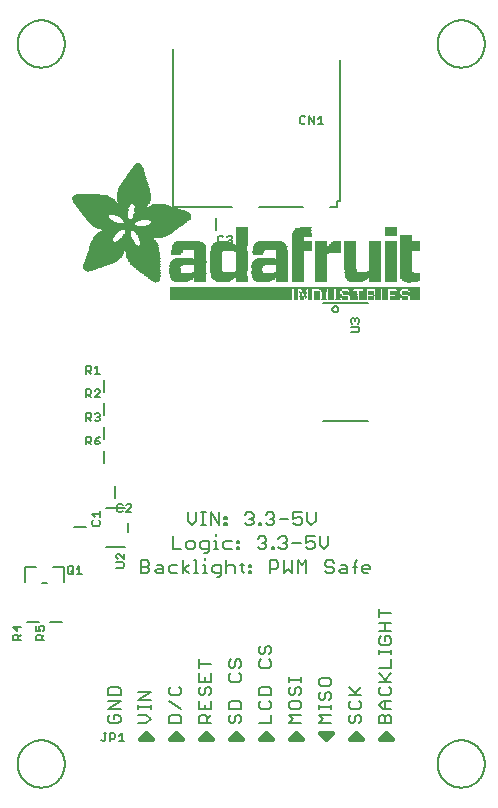
<source format=gbr>
G04 EAGLE Gerber RS-274X export*
G75*
%MOMM*%
%FSLAX34Y34*%
%LPD*%
%INSilkscreen Top*%
%IPPOS*%
%AMOC8*
5,1,8,0,0,1.08239X$1,22.5*%
G01*
%ADD10C,0.406400*%
%ADD11C,0.203200*%
%ADD12C,0.152400*%
%ADD13C,0.127000*%
%ADD14R,10.363200X0.025400*%
%ADD15R,0.406400X0.025400*%
%ADD16R,0.381000X0.025400*%
%ADD17R,0.457200X0.025400*%
%ADD18R,0.431800X0.025400*%
%ADD19R,0.635000X0.025400*%
%ADD20R,0.482600X0.025400*%
%ADD21R,0.889000X0.025400*%
%ADD22R,0.863600X0.025400*%
%ADD23R,0.508000X0.025400*%
%ADD24R,0.355600X0.025400*%
%ADD25R,0.025400X0.025400*%
%ADD26R,0.330200X0.025400*%
%ADD27R,0.050800X0.025400*%
%ADD28R,0.304800X0.025400*%
%ADD29R,0.076200X0.025400*%
%ADD30R,1.016000X0.025400*%
%ADD31R,1.524000X0.025400*%
%ADD32R,0.101600X0.025400*%
%ADD33R,0.279400X0.025400*%
%ADD34R,1.498600X0.025400*%
%ADD35R,0.254000X0.025400*%
%ADD36R,0.127000X0.025400*%
%ADD37R,0.965200X0.025400*%
%ADD38R,1.447800X0.025400*%
%ADD39R,0.228600X0.025400*%
%ADD40R,0.152400X0.025400*%
%ADD41R,0.812800X0.025400*%
%ADD42R,1.295400X0.025400*%
%ADD43R,0.533400X0.025400*%
%ADD44R,0.660400X0.025400*%
%ADD45R,0.609600X0.025400*%
%ADD46R,0.558800X0.025400*%
%ADD47R,0.203200X0.025400*%
%ADD48R,0.177800X0.025400*%
%ADD49R,0.914400X0.025400*%
%ADD50R,0.685800X0.025400*%
%ADD51R,0.939800X0.025400*%
%ADD52R,0.736600X0.025400*%
%ADD53R,0.990600X0.025400*%
%ADD54R,1.219200X0.025400*%
%ADD55R,1.117600X0.025400*%
%ADD56R,1.397000X0.025400*%
%ADD57R,1.244600X0.025400*%
%ADD58R,1.473200X0.025400*%
%ADD59R,0.584200X0.025400*%
%ADD60R,1.041400X0.025400*%
%ADD61R,21.209000X0.025400*%
%ADD62R,0.787400X0.025400*%
%ADD63R,1.193800X0.025400*%
%ADD64R,1.168400X0.025400*%
%ADD65R,1.092200X0.025400*%
%ADD66R,1.066800X0.025400*%
%ADD67R,1.143000X0.025400*%
%ADD68R,1.270000X0.025400*%
%ADD69R,1.320800X0.025400*%
%ADD70R,1.422400X0.025400*%
%ADD71R,1.549400X0.025400*%
%ADD72R,0.711200X0.025400*%
%ADD73R,1.625600X0.025400*%
%ADD74R,0.762000X0.025400*%
%ADD75R,1.701800X0.025400*%
%ADD76R,1.600200X0.025400*%
%ADD77R,1.727200X0.025400*%
%ADD78R,1.651000X0.025400*%
%ADD79R,0.838200X0.025400*%
%ADD80R,1.803400X0.025400*%
%ADD81R,1.574800X0.025400*%
%ADD82R,1.854200X0.025400*%
%ADD83R,1.778000X0.025400*%
%ADD84R,1.879600X0.025400*%
%ADD85R,1.930400X0.025400*%
%ADD86R,1.981200X0.025400*%
%ADD87R,1.905000X0.025400*%
%ADD88R,2.006600X0.025400*%
%ADD89R,3.048000X0.025400*%
%ADD90R,2.997200X0.025400*%
%ADD91R,2.057400X0.025400*%
%ADD92R,3.022600X0.025400*%
%ADD93R,2.032000X0.025400*%
%ADD94R,3.073400X0.025400*%
%ADD95R,1.676400X0.025400*%
%ADD96R,1.346200X0.025400*%
%ADD97R,3.098800X0.025400*%
%ADD98R,1.828800X0.025400*%
%ADD99R,2.082800X0.025400*%
%ADD100R,2.108200X0.025400*%
%ADD101R,2.159000X0.025400*%
%ADD102R,2.184400X0.025400*%
%ADD103R,2.235200X0.025400*%
%ADD104R,2.260600X0.025400*%
%ADD105R,2.311400X0.025400*%
%ADD106R,2.362200X0.025400*%
%ADD107R,2.387600X0.025400*%
%ADD108R,2.413000X0.025400*%
%ADD109R,2.438400X0.025400*%
%ADD110R,2.133600X0.025400*%
%ADD111R,2.463800X0.025400*%
%ADD112R,2.286000X0.025400*%
%ADD113R,2.514600X0.025400*%
%ADD114R,2.540000X0.025400*%
%ADD115R,2.565400X0.025400*%
%ADD116R,2.489200X0.025400*%
%ADD117R,2.590800X0.025400*%
%ADD118R,2.971800X0.025400*%
%ADD119R,2.616200X0.025400*%
%ADD120R,2.946400X0.025400*%
%ADD121R,2.641600X0.025400*%
%ADD122R,2.667000X0.025400*%
%ADD123R,2.921000X0.025400*%
%ADD124R,2.895600X0.025400*%
%ADD125R,2.717800X0.025400*%
%ADD126R,2.692400X0.025400*%
%ADD127R,2.870200X0.025400*%
%ADD128R,2.768600X0.025400*%
%ADD129R,2.743200X0.025400*%
%ADD130R,2.844800X0.025400*%
%ADD131R,2.794000X0.025400*%
%ADD132R,2.819400X0.025400*%
%ADD133R,1.371600X0.025400*%
%ADD134R,5.892800X0.025400*%
%ADD135R,5.867400X0.025400*%
%ADD136R,5.842000X0.025400*%
%ADD137R,5.816600X0.025400*%
%ADD138R,5.791200X0.025400*%
%ADD139R,4.114800X0.025400*%
%ADD140R,3.987800X0.025400*%
%ADD141R,1.955800X0.025400*%
%ADD142R,3.962400X0.025400*%
%ADD143R,3.911600X0.025400*%
%ADD144R,3.886200X0.025400*%
%ADD145R,3.835400X0.025400*%
%ADD146R,1.752600X0.025400*%
%ADD147R,3.810000X0.025400*%
%ADD148R,3.784600X0.025400*%
%ADD149R,3.733800X0.025400*%
%ADD150R,3.708400X0.025400*%
%ADD151R,3.683000X0.025400*%
%ADD152R,2.336800X0.025400*%
%ADD153R,3.657600X0.025400*%
%ADD154R,3.632200X0.025400*%
%ADD155R,3.149600X0.025400*%
%ADD156R,3.251200X0.025400*%
%ADD157R,3.276600X0.025400*%
%ADD158R,3.352800X0.025400*%
%ADD159R,3.454400X0.025400*%
%ADD160R,3.530600X0.025400*%
%ADD161R,4.241800X0.025400*%
%ADD162R,4.267200X0.025400*%
%ADD163R,4.318000X0.025400*%
%ADD164R,4.419600X0.025400*%
%ADD165R,6.400800X0.025400*%
%ADD166R,6.502400X0.025400*%
%ADD167R,6.680200X0.025400*%
%ADD168R,6.832600X0.025400*%
%ADD169R,6.858000X0.025400*%
%ADD170R,7.010400X0.025400*%
%ADD171R,7.112000X0.025400*%
%ADD172R,7.162800X0.025400*%
%ADD173R,3.860800X0.025400*%
%ADD174R,3.302000X0.025400*%
%ADD175R,2.209800X0.025400*%
%ADD176R,3.124200X0.025400*%
%ADD177R,3.200400X0.025400*%
%ADD178R,5.029200X0.025400*%
%ADD179R,5.003800X0.025400*%
%ADD180R,4.978400X0.025400*%
%ADD181R,4.953000X0.025400*%
%ADD182R,4.927600X0.025400*%
%ADD183R,4.902200X0.025400*%
%ADD184R,4.876800X0.025400*%
%ADD185R,4.851400X0.025400*%
%ADD186R,4.826000X0.025400*%
%ADD187R,4.800600X0.025400*%
%ADD188R,4.775200X0.025400*%
%ADD189R,4.749800X0.025400*%
%ADD190R,4.724400X0.025400*%
%ADD191R,4.699000X0.025400*%
%ADD192R,3.937000X0.025400*%
%ADD193R,4.648200X0.025400*%
%ADD194R,4.597400X0.025400*%
%ADD195R,4.546600X0.025400*%
%ADD196R,4.470400X0.025400*%
%ADD197R,4.013200X0.025400*%
%ADD198R,4.394200X0.025400*%
%ADD199R,4.038600X0.025400*%
%ADD200R,4.064000X0.025400*%
%ADD201R,4.089400X0.025400*%
%ADD202R,4.140200X0.025400*%
%ADD203R,4.165600X0.025400*%
%ADD204R,4.191000X0.025400*%
%ADD205R,3.759200X0.025400*%
%ADD206R,4.216400X0.025400*%
%ADD207R,3.606800X0.025400*%
%ADD208R,4.292600X0.025400*%
%ADD209R,4.368800X0.025400*%
%ADD210R,4.445000X0.025400*%
%ADD211R,4.495800X0.025400*%
%ADD212R,4.572000X0.025400*%
%ADD213R,4.622800X0.025400*%
%ADD214R,4.673600X0.025400*%
%ADD215R,3.581400X0.025400*%
%ADD216R,3.556000X0.025400*%
%ADD217R,3.479800X0.025400*%
%ADD218R,3.403600X0.025400*%
%ADD219R,3.378200X0.025400*%
%ADD220R,3.225800X0.025400*%


D10*
X-94380Y-309360D02*
X-84220Y-309360D01*
X-89300Y-304280D01*
X-94380Y-309360D01*
X-42980Y-309360D02*
X-32820Y-309360D01*
X-37900Y-304280D01*
X-42980Y-309360D01*
X-17580Y-309360D02*
X-7420Y-309360D01*
X-12500Y-304280D01*
X-17580Y-309360D01*
X7820Y-308820D02*
X17980Y-308820D01*
X12900Y-303740D01*
X7820Y-308820D01*
X33220Y-308820D02*
X43380Y-308820D01*
X38300Y-303740D01*
X33220Y-308820D01*
X84020Y-308820D02*
X94180Y-308820D01*
X89100Y-303740D01*
X84020Y-308820D01*
X68780Y-303740D02*
X58620Y-303740D01*
X63700Y-308820D01*
X68780Y-303740D01*
X109420Y-308820D02*
X119580Y-308820D01*
X114500Y-303740D01*
X109420Y-308820D01*
D11*
X-119534Y-288526D02*
X-121313Y-290305D01*
X-121313Y-293865D01*
X-119534Y-295644D01*
X-112416Y-295644D01*
X-110636Y-293865D01*
X-110636Y-290305D01*
X-112416Y-288526D01*
X-115975Y-288526D01*
X-115975Y-292085D01*
X-121313Y-283950D02*
X-110636Y-283950D01*
X-110636Y-276832D02*
X-121313Y-283950D01*
X-121313Y-276832D02*
X-110636Y-276832D01*
X-110636Y-272256D02*
X-121313Y-272256D01*
X-110636Y-272256D02*
X-110636Y-266918D01*
X-112416Y-265138D01*
X-119534Y-265138D01*
X-121313Y-266918D01*
X-121313Y-272256D01*
X-95913Y-295644D02*
X-88795Y-295644D01*
X-85236Y-292085D01*
X-88795Y-288526D01*
X-95913Y-288526D01*
X-85236Y-283950D02*
X-85236Y-280391D01*
X-85236Y-282171D02*
X-95913Y-282171D01*
X-95913Y-283950D02*
X-95913Y-280391D01*
X-95913Y-276154D02*
X-85236Y-276154D01*
X-85236Y-269036D02*
X-95913Y-276154D01*
X-95913Y-269036D02*
X-85236Y-269036D01*
X-44513Y-295644D02*
X-33836Y-295644D01*
X-44513Y-295644D02*
X-44513Y-290305D01*
X-42734Y-288526D01*
X-39175Y-288526D01*
X-37395Y-290305D01*
X-37395Y-295644D01*
X-37395Y-292085D02*
X-33836Y-288526D01*
X-44513Y-283950D02*
X-44513Y-276832D01*
X-44513Y-283950D02*
X-33836Y-283950D01*
X-33836Y-276832D01*
X-39175Y-280391D02*
X-39175Y-283950D01*
X-44513Y-266918D02*
X-42734Y-265138D01*
X-44513Y-266918D02*
X-44513Y-270477D01*
X-42734Y-272256D01*
X-40954Y-272256D01*
X-39175Y-270477D01*
X-39175Y-266918D01*
X-37395Y-265138D01*
X-35616Y-265138D01*
X-33836Y-266918D01*
X-33836Y-270477D01*
X-35616Y-272256D01*
X-44513Y-260562D02*
X-44513Y-253444D01*
X-44513Y-260562D02*
X-33836Y-260562D01*
X-33836Y-253444D01*
X-39175Y-257003D02*
X-39175Y-260562D01*
X-33836Y-245309D02*
X-44513Y-245309D01*
X-44513Y-248868D02*
X-44513Y-241750D01*
X-17334Y-288526D02*
X-19113Y-290305D01*
X-19113Y-293865D01*
X-17334Y-295644D01*
X-15554Y-295644D01*
X-13775Y-293865D01*
X-13775Y-290305D01*
X-11995Y-288526D01*
X-10216Y-288526D01*
X-8436Y-290305D01*
X-8436Y-293865D01*
X-10216Y-295644D01*
X-8436Y-283950D02*
X-19113Y-283950D01*
X-8436Y-283950D02*
X-8436Y-278611D01*
X-10216Y-276832D01*
X-17334Y-276832D01*
X-19113Y-278611D01*
X-19113Y-283950D01*
X-19113Y-255224D02*
X-17334Y-253444D01*
X-19113Y-255224D02*
X-19113Y-258783D01*
X-17334Y-260562D01*
X-10216Y-260562D01*
X-8436Y-258783D01*
X-8436Y-255224D01*
X-10216Y-253444D01*
X-19113Y-243530D02*
X-17334Y-241750D01*
X-19113Y-243530D02*
X-19113Y-247089D01*
X-17334Y-248868D01*
X-15554Y-248868D01*
X-13775Y-247089D01*
X-13775Y-243530D01*
X-11995Y-241750D01*
X-10216Y-241750D01*
X-8436Y-243530D01*
X-8436Y-247089D01*
X-10216Y-248868D01*
X6287Y-295644D02*
X16964Y-295644D01*
X16964Y-288526D01*
X6287Y-278611D02*
X8066Y-276832D01*
X6287Y-278611D02*
X6287Y-282171D01*
X8066Y-283950D01*
X15185Y-283950D01*
X16964Y-282171D01*
X16964Y-278611D01*
X15185Y-276832D01*
X16964Y-272256D02*
X6287Y-272256D01*
X16964Y-272256D02*
X16964Y-266918D01*
X15185Y-265138D01*
X8066Y-265138D01*
X6287Y-266918D01*
X6287Y-272256D01*
X6287Y-243530D02*
X8066Y-241750D01*
X6287Y-243530D02*
X6287Y-247089D01*
X8066Y-248868D01*
X15185Y-248868D01*
X16964Y-247089D01*
X16964Y-243530D01*
X15185Y-241750D01*
X6287Y-231836D02*
X8066Y-230056D01*
X6287Y-231836D02*
X6287Y-235395D01*
X8066Y-237174D01*
X9846Y-237174D01*
X11625Y-235395D01*
X11625Y-231836D01*
X13405Y-230056D01*
X15185Y-230056D01*
X16964Y-231836D01*
X16964Y-235395D01*
X15185Y-237174D01*
X31687Y-295644D02*
X42364Y-295644D01*
X35246Y-292085D02*
X31687Y-295644D01*
X35246Y-292085D02*
X31687Y-288526D01*
X42364Y-288526D01*
X31687Y-282171D02*
X31687Y-278611D01*
X31687Y-282171D02*
X33466Y-283950D01*
X40585Y-283950D01*
X42364Y-282171D01*
X42364Y-278611D01*
X40585Y-276832D01*
X33466Y-276832D01*
X31687Y-278611D01*
X31687Y-266918D02*
X33466Y-265138D01*
X31687Y-266918D02*
X31687Y-270477D01*
X33466Y-272256D01*
X35246Y-272256D01*
X37025Y-270477D01*
X37025Y-266918D01*
X38805Y-265138D01*
X40585Y-265138D01*
X42364Y-266918D01*
X42364Y-270477D01*
X40585Y-272256D01*
X42364Y-260562D02*
X42364Y-257003D01*
X42364Y-258783D02*
X31687Y-258783D01*
X31687Y-260562D02*
X31687Y-257003D01*
X82487Y-290305D02*
X84266Y-288526D01*
X82487Y-290305D02*
X82487Y-293865D01*
X84266Y-295644D01*
X86046Y-295644D01*
X87825Y-293865D01*
X87825Y-290305D01*
X89605Y-288526D01*
X91385Y-288526D01*
X93164Y-290305D01*
X93164Y-293865D01*
X91385Y-295644D01*
X82487Y-278611D02*
X84266Y-276832D01*
X82487Y-278611D02*
X82487Y-282171D01*
X84266Y-283950D01*
X91385Y-283950D01*
X93164Y-282171D01*
X93164Y-278611D01*
X91385Y-276832D01*
X93164Y-272256D02*
X82487Y-272256D01*
X89605Y-272256D02*
X82487Y-265138D01*
X87825Y-270477D02*
X93164Y-265138D01*
X67764Y-295644D02*
X57087Y-295644D01*
X60646Y-292085D01*
X57087Y-288526D01*
X67764Y-288526D01*
X67764Y-283950D02*
X67764Y-280391D01*
X67764Y-282171D02*
X57087Y-282171D01*
X57087Y-283950D02*
X57087Y-280391D01*
X57087Y-270816D02*
X58866Y-269036D01*
X57087Y-270816D02*
X57087Y-274375D01*
X58866Y-276154D01*
X60646Y-276154D01*
X62425Y-274375D01*
X62425Y-270816D01*
X64205Y-269036D01*
X65985Y-269036D01*
X67764Y-270816D01*
X67764Y-274375D01*
X65985Y-276154D01*
X57087Y-262681D02*
X57087Y-259122D01*
X57087Y-262681D02*
X58866Y-264460D01*
X65985Y-264460D01*
X67764Y-262681D01*
X67764Y-259122D01*
X65985Y-257342D01*
X58866Y-257342D01*
X57087Y-259122D01*
X107887Y-295644D02*
X118564Y-295644D01*
X107887Y-295644D02*
X107887Y-290305D01*
X109666Y-288526D01*
X111446Y-288526D01*
X113225Y-290305D01*
X115005Y-288526D01*
X116785Y-288526D01*
X118564Y-290305D01*
X118564Y-295644D01*
X113225Y-295644D02*
X113225Y-290305D01*
X111446Y-283950D02*
X118564Y-283950D01*
X111446Y-283950D02*
X107887Y-280391D01*
X111446Y-276832D01*
X118564Y-276832D01*
X113225Y-276832D02*
X113225Y-283950D01*
X107887Y-266918D02*
X109666Y-265138D01*
X107887Y-266918D02*
X107887Y-270477D01*
X109666Y-272256D01*
X116785Y-272256D01*
X118564Y-270477D01*
X118564Y-266918D01*
X116785Y-265138D01*
X118564Y-260562D02*
X107887Y-260562D01*
X115005Y-260562D02*
X107887Y-253444D01*
X113225Y-258783D02*
X118564Y-253444D01*
X118564Y-248868D02*
X107887Y-248868D01*
X118564Y-248868D02*
X118564Y-241750D01*
X118564Y-237174D02*
X118564Y-233615D01*
X118564Y-235395D02*
X107887Y-235395D01*
X107887Y-237174D02*
X107887Y-233615D01*
X107887Y-224040D02*
X109666Y-222260D01*
X107887Y-224040D02*
X107887Y-227599D01*
X109666Y-229378D01*
X116785Y-229378D01*
X118564Y-227599D01*
X118564Y-224040D01*
X116785Y-222260D01*
X113225Y-222260D01*
X113225Y-225819D01*
X107887Y-217684D02*
X118564Y-217684D01*
X113225Y-217684D02*
X113225Y-210566D01*
X107887Y-210566D02*
X118564Y-210566D01*
X118564Y-202431D02*
X107887Y-202431D01*
X107887Y-205990D02*
X107887Y-198872D01*
X-53884Y-124365D02*
X-53884Y-117247D01*
X-53884Y-124365D02*
X-50325Y-127924D01*
X-46766Y-124365D01*
X-46766Y-117247D01*
X-42190Y-127924D02*
X-38631Y-127924D01*
X-40411Y-127924D02*
X-40411Y-117247D01*
X-42190Y-117247D02*
X-38631Y-117247D01*
X-34394Y-117247D02*
X-34394Y-127924D01*
X-27276Y-127924D02*
X-34394Y-117247D01*
X-27276Y-117247D02*
X-27276Y-127924D01*
X-22700Y-120806D02*
X-20921Y-120806D01*
X-20921Y-122585D01*
X-22700Y-122585D01*
X-22700Y-120806D01*
X-22700Y-126145D02*
X-20921Y-126145D01*
X-20921Y-127924D01*
X-22700Y-127924D01*
X-22700Y-126145D01*
X-5159Y-119026D02*
X-3380Y-117247D01*
X179Y-117247D01*
X1959Y-119026D01*
X1959Y-120806D01*
X179Y-122585D01*
X-1600Y-122585D01*
X179Y-122585D02*
X1959Y-124365D01*
X1959Y-126145D01*
X179Y-127924D01*
X-3380Y-127924D01*
X-5159Y-126145D01*
X6535Y-126145D02*
X6535Y-127924D01*
X6535Y-126145D02*
X8314Y-126145D01*
X8314Y-127924D01*
X6535Y-127924D01*
X12382Y-119026D02*
X14161Y-117247D01*
X17720Y-117247D01*
X19500Y-119026D01*
X19500Y-120806D01*
X17720Y-122585D01*
X15941Y-122585D01*
X17720Y-122585D02*
X19500Y-124365D01*
X19500Y-126145D01*
X17720Y-127924D01*
X14161Y-127924D01*
X12382Y-126145D01*
X24076Y-122585D02*
X31194Y-122585D01*
X35770Y-117247D02*
X42888Y-117247D01*
X35770Y-117247D02*
X35770Y-122585D01*
X39329Y-120806D01*
X41108Y-120806D01*
X42888Y-122585D01*
X42888Y-126145D01*
X41108Y-127924D01*
X37549Y-127924D01*
X35770Y-126145D01*
X47464Y-124365D02*
X47464Y-117247D01*
X47464Y-124365D02*
X51023Y-127924D01*
X54582Y-124365D01*
X54582Y-117247D01*
X-66584Y-137567D02*
X-66584Y-148244D01*
X-59466Y-148244D01*
X-53111Y-148244D02*
X-49551Y-148244D01*
X-47772Y-146465D01*
X-47772Y-142905D01*
X-49551Y-141126D01*
X-53111Y-141126D01*
X-54890Y-142905D01*
X-54890Y-146465D01*
X-53111Y-148244D01*
X-39637Y-151803D02*
X-37858Y-151803D01*
X-36078Y-150024D01*
X-36078Y-141126D01*
X-41417Y-141126D01*
X-43196Y-142905D01*
X-43196Y-146465D01*
X-41417Y-148244D01*
X-36078Y-148244D01*
X-31502Y-141126D02*
X-29723Y-141126D01*
X-29723Y-148244D01*
X-31502Y-148244D02*
X-27943Y-148244D01*
X-29723Y-137567D02*
X-29723Y-135787D01*
X-21927Y-141126D02*
X-16588Y-141126D01*
X-21927Y-141126D02*
X-23706Y-142905D01*
X-23706Y-146465D01*
X-21927Y-148244D01*
X-16588Y-148244D01*
X-12012Y-141126D02*
X-10233Y-141126D01*
X-10233Y-142905D01*
X-12012Y-142905D01*
X-12012Y-141126D01*
X-12012Y-146465D02*
X-10233Y-146465D01*
X-10233Y-148244D01*
X-12012Y-148244D01*
X-12012Y-146465D01*
X5529Y-139346D02*
X7308Y-137567D01*
X10867Y-137567D01*
X12647Y-139346D01*
X12647Y-141126D01*
X10867Y-142905D01*
X9088Y-142905D01*
X10867Y-142905D02*
X12647Y-144685D01*
X12647Y-146465D01*
X10867Y-148244D01*
X7308Y-148244D01*
X5529Y-146465D01*
X17223Y-146465D02*
X17223Y-148244D01*
X17223Y-146465D02*
X19002Y-146465D01*
X19002Y-148244D01*
X17223Y-148244D01*
X23070Y-139346D02*
X24849Y-137567D01*
X28408Y-137567D01*
X30188Y-139346D01*
X30188Y-141126D01*
X28408Y-142905D01*
X26629Y-142905D01*
X28408Y-142905D02*
X30188Y-144685D01*
X30188Y-146465D01*
X28408Y-148244D01*
X24849Y-148244D01*
X23070Y-146465D01*
X34764Y-142905D02*
X41882Y-142905D01*
X46458Y-137567D02*
X53576Y-137567D01*
X46458Y-137567D02*
X46458Y-142905D01*
X50017Y-141126D01*
X51796Y-141126D01*
X53576Y-142905D01*
X53576Y-146465D01*
X51796Y-148244D01*
X48237Y-148244D01*
X46458Y-146465D01*
X58152Y-144685D02*
X58152Y-137567D01*
X58152Y-144685D02*
X61711Y-148244D01*
X65270Y-144685D01*
X65270Y-137567D01*
X-93254Y-157887D02*
X-93254Y-168564D01*
X-93254Y-157887D02*
X-87915Y-157887D01*
X-86136Y-159666D01*
X-86136Y-161446D01*
X-87915Y-163225D01*
X-86136Y-165005D01*
X-86136Y-166785D01*
X-87915Y-168564D01*
X-93254Y-168564D01*
X-93254Y-163225D02*
X-87915Y-163225D01*
X-79781Y-161446D02*
X-76221Y-161446D01*
X-74442Y-163225D01*
X-74442Y-168564D01*
X-79781Y-168564D01*
X-81560Y-166785D01*
X-79781Y-165005D01*
X-74442Y-165005D01*
X-68087Y-161446D02*
X-62748Y-161446D01*
X-68087Y-161446D02*
X-69866Y-163225D01*
X-69866Y-166785D01*
X-68087Y-168564D01*
X-62748Y-168564D01*
X-58172Y-168564D02*
X-58172Y-157887D01*
X-58172Y-165005D02*
X-52834Y-168564D01*
X-58172Y-165005D02*
X-52834Y-161446D01*
X-48427Y-157887D02*
X-46648Y-157887D01*
X-46648Y-168564D01*
X-48427Y-168564D02*
X-44868Y-168564D01*
X-40631Y-161446D02*
X-38852Y-161446D01*
X-38852Y-168564D01*
X-40631Y-168564D02*
X-37072Y-168564D01*
X-38852Y-157887D02*
X-38852Y-156107D01*
X-29276Y-172123D02*
X-27497Y-172123D01*
X-25717Y-170344D01*
X-25717Y-161446D01*
X-31056Y-161446D01*
X-32835Y-163225D01*
X-32835Y-166785D01*
X-31056Y-168564D01*
X-25717Y-168564D01*
X-21141Y-168564D02*
X-21141Y-157887D01*
X-19362Y-161446D02*
X-21141Y-163225D01*
X-19362Y-161446D02*
X-15803Y-161446D01*
X-14023Y-163225D01*
X-14023Y-168564D01*
X-7668Y-166785D02*
X-7668Y-159666D01*
X-7668Y-166785D02*
X-5888Y-168564D01*
X-5888Y-161446D02*
X-9447Y-161446D01*
X-1651Y-161446D02*
X128Y-161446D01*
X128Y-163225D01*
X-1651Y-163225D01*
X-1651Y-161446D01*
X-1651Y-166785D02*
X128Y-166785D01*
X128Y-168564D01*
X-1651Y-168564D01*
X-1651Y-166785D01*
X15890Y-168564D02*
X15890Y-157887D01*
X21228Y-157887D01*
X23008Y-159666D01*
X23008Y-163225D01*
X21228Y-165005D01*
X15890Y-165005D01*
X27584Y-168564D02*
X27584Y-157887D01*
X31143Y-165005D02*
X27584Y-168564D01*
X31143Y-165005D02*
X34702Y-168564D01*
X34702Y-157887D01*
X39278Y-157887D02*
X39278Y-168564D01*
X42837Y-161446D02*
X39278Y-157887D01*
X42837Y-161446D02*
X46396Y-157887D01*
X46396Y-168564D01*
X68004Y-157887D02*
X69784Y-159666D01*
X68004Y-157887D02*
X64445Y-157887D01*
X62666Y-159666D01*
X62666Y-161446D01*
X64445Y-163225D01*
X68004Y-163225D01*
X69784Y-165005D01*
X69784Y-166785D01*
X68004Y-168564D01*
X64445Y-168564D01*
X62666Y-166785D01*
X76139Y-161446D02*
X79698Y-161446D01*
X81478Y-163225D01*
X81478Y-168564D01*
X76139Y-168564D01*
X74360Y-166785D01*
X76139Y-165005D01*
X81478Y-165005D01*
X87833Y-168564D02*
X87833Y-159666D01*
X89613Y-157887D01*
X89613Y-163225D02*
X86053Y-163225D01*
X95629Y-168564D02*
X99188Y-168564D01*
X95629Y-168564D02*
X93849Y-166785D01*
X93849Y-163225D01*
X95629Y-161446D01*
X99188Y-161446D01*
X100968Y-163225D01*
X100968Y-165005D01*
X93849Y-165005D01*
D10*
X-58220Y-309360D02*
X-68380Y-309360D01*
X-63300Y-304280D02*
X-58220Y-309360D01*
X-63300Y-304280D02*
X-68380Y-309360D01*
D11*
X-69913Y-295644D02*
X-59236Y-295644D01*
X-59236Y-290305D01*
X-61016Y-288526D01*
X-68134Y-288526D01*
X-69913Y-290305D01*
X-69913Y-295644D01*
X-59236Y-283950D02*
X-69913Y-276832D01*
X-69913Y-266918D02*
X-68134Y-265138D01*
X-69913Y-266918D02*
X-69913Y-270477D01*
X-68134Y-272256D01*
X-61016Y-272256D01*
X-59236Y-270477D01*
X-59236Y-266918D01*
X-61016Y-265138D01*
X-197800Y-330200D02*
X-197794Y-329709D01*
X-197776Y-329219D01*
X-197746Y-328729D01*
X-197704Y-328240D01*
X-197650Y-327752D01*
X-197584Y-327265D01*
X-197506Y-326781D01*
X-197416Y-326298D01*
X-197314Y-325818D01*
X-197201Y-325340D01*
X-197076Y-324866D01*
X-196939Y-324394D01*
X-196791Y-323926D01*
X-196631Y-323462D01*
X-196460Y-323002D01*
X-196278Y-322546D01*
X-196084Y-322095D01*
X-195880Y-321649D01*
X-195664Y-321208D01*
X-195438Y-320772D01*
X-195202Y-320342D01*
X-194955Y-319918D01*
X-194697Y-319500D01*
X-194429Y-319089D01*
X-194152Y-318684D01*
X-193864Y-318286D01*
X-193567Y-317895D01*
X-193260Y-317512D01*
X-192944Y-317137D01*
X-192619Y-316769D01*
X-192285Y-316409D01*
X-191942Y-316058D01*
X-191591Y-315715D01*
X-191231Y-315381D01*
X-190863Y-315056D01*
X-190488Y-314740D01*
X-190105Y-314433D01*
X-189714Y-314136D01*
X-189316Y-313848D01*
X-188911Y-313571D01*
X-188500Y-313303D01*
X-188082Y-313045D01*
X-187658Y-312798D01*
X-187228Y-312562D01*
X-186792Y-312336D01*
X-186351Y-312120D01*
X-185905Y-311916D01*
X-185454Y-311722D01*
X-184998Y-311540D01*
X-184538Y-311369D01*
X-184074Y-311209D01*
X-183606Y-311061D01*
X-183134Y-310924D01*
X-182660Y-310799D01*
X-182182Y-310686D01*
X-181702Y-310584D01*
X-181219Y-310494D01*
X-180735Y-310416D01*
X-180248Y-310350D01*
X-179760Y-310296D01*
X-179271Y-310254D01*
X-178781Y-310224D01*
X-178291Y-310206D01*
X-177800Y-310200D01*
X-177309Y-310206D01*
X-176819Y-310224D01*
X-176329Y-310254D01*
X-175840Y-310296D01*
X-175352Y-310350D01*
X-174865Y-310416D01*
X-174381Y-310494D01*
X-173898Y-310584D01*
X-173418Y-310686D01*
X-172940Y-310799D01*
X-172466Y-310924D01*
X-171994Y-311061D01*
X-171526Y-311209D01*
X-171062Y-311369D01*
X-170602Y-311540D01*
X-170146Y-311722D01*
X-169695Y-311916D01*
X-169249Y-312120D01*
X-168808Y-312336D01*
X-168372Y-312562D01*
X-167942Y-312798D01*
X-167518Y-313045D01*
X-167100Y-313303D01*
X-166689Y-313571D01*
X-166284Y-313848D01*
X-165886Y-314136D01*
X-165495Y-314433D01*
X-165112Y-314740D01*
X-164737Y-315056D01*
X-164369Y-315381D01*
X-164009Y-315715D01*
X-163658Y-316058D01*
X-163315Y-316409D01*
X-162981Y-316769D01*
X-162656Y-317137D01*
X-162340Y-317512D01*
X-162033Y-317895D01*
X-161736Y-318286D01*
X-161448Y-318684D01*
X-161171Y-319089D01*
X-160903Y-319500D01*
X-160645Y-319918D01*
X-160398Y-320342D01*
X-160162Y-320772D01*
X-159936Y-321208D01*
X-159720Y-321649D01*
X-159516Y-322095D01*
X-159322Y-322546D01*
X-159140Y-323002D01*
X-158969Y-323462D01*
X-158809Y-323926D01*
X-158661Y-324394D01*
X-158524Y-324866D01*
X-158399Y-325340D01*
X-158286Y-325818D01*
X-158184Y-326298D01*
X-158094Y-326781D01*
X-158016Y-327265D01*
X-157950Y-327752D01*
X-157896Y-328240D01*
X-157854Y-328729D01*
X-157824Y-329219D01*
X-157806Y-329709D01*
X-157800Y-330200D01*
X-157806Y-330691D01*
X-157824Y-331181D01*
X-157854Y-331671D01*
X-157896Y-332160D01*
X-157950Y-332648D01*
X-158016Y-333135D01*
X-158094Y-333619D01*
X-158184Y-334102D01*
X-158286Y-334582D01*
X-158399Y-335060D01*
X-158524Y-335534D01*
X-158661Y-336006D01*
X-158809Y-336474D01*
X-158969Y-336938D01*
X-159140Y-337398D01*
X-159322Y-337854D01*
X-159516Y-338305D01*
X-159720Y-338751D01*
X-159936Y-339192D01*
X-160162Y-339628D01*
X-160398Y-340058D01*
X-160645Y-340482D01*
X-160903Y-340900D01*
X-161171Y-341311D01*
X-161448Y-341716D01*
X-161736Y-342114D01*
X-162033Y-342505D01*
X-162340Y-342888D01*
X-162656Y-343263D01*
X-162981Y-343631D01*
X-163315Y-343991D01*
X-163658Y-344342D01*
X-164009Y-344685D01*
X-164369Y-345019D01*
X-164737Y-345344D01*
X-165112Y-345660D01*
X-165495Y-345967D01*
X-165886Y-346264D01*
X-166284Y-346552D01*
X-166689Y-346829D01*
X-167100Y-347097D01*
X-167518Y-347355D01*
X-167942Y-347602D01*
X-168372Y-347838D01*
X-168808Y-348064D01*
X-169249Y-348280D01*
X-169695Y-348484D01*
X-170146Y-348678D01*
X-170602Y-348860D01*
X-171062Y-349031D01*
X-171526Y-349191D01*
X-171994Y-349339D01*
X-172466Y-349476D01*
X-172940Y-349601D01*
X-173418Y-349714D01*
X-173898Y-349816D01*
X-174381Y-349906D01*
X-174865Y-349984D01*
X-175352Y-350050D01*
X-175840Y-350104D01*
X-176329Y-350146D01*
X-176819Y-350176D01*
X-177309Y-350194D01*
X-177800Y-350200D01*
X-178291Y-350194D01*
X-178781Y-350176D01*
X-179271Y-350146D01*
X-179760Y-350104D01*
X-180248Y-350050D01*
X-180735Y-349984D01*
X-181219Y-349906D01*
X-181702Y-349816D01*
X-182182Y-349714D01*
X-182660Y-349601D01*
X-183134Y-349476D01*
X-183606Y-349339D01*
X-184074Y-349191D01*
X-184538Y-349031D01*
X-184998Y-348860D01*
X-185454Y-348678D01*
X-185905Y-348484D01*
X-186351Y-348280D01*
X-186792Y-348064D01*
X-187228Y-347838D01*
X-187658Y-347602D01*
X-188082Y-347355D01*
X-188500Y-347097D01*
X-188911Y-346829D01*
X-189316Y-346552D01*
X-189714Y-346264D01*
X-190105Y-345967D01*
X-190488Y-345660D01*
X-190863Y-345344D01*
X-191231Y-345019D01*
X-191591Y-344685D01*
X-191942Y-344342D01*
X-192285Y-343991D01*
X-192619Y-343631D01*
X-192944Y-343263D01*
X-193260Y-342888D01*
X-193567Y-342505D01*
X-193864Y-342114D01*
X-194152Y-341716D01*
X-194429Y-341311D01*
X-194697Y-340900D01*
X-194955Y-340482D01*
X-195202Y-340058D01*
X-195438Y-339628D01*
X-195664Y-339192D01*
X-195880Y-338751D01*
X-196084Y-338305D01*
X-196278Y-337854D01*
X-196460Y-337398D01*
X-196631Y-336938D01*
X-196791Y-336474D01*
X-196939Y-336006D01*
X-197076Y-335534D01*
X-197201Y-335060D01*
X-197314Y-334582D01*
X-197416Y-334102D01*
X-197506Y-333619D01*
X-197584Y-333135D01*
X-197650Y-332648D01*
X-197704Y-332160D01*
X-197746Y-331671D01*
X-197776Y-331181D01*
X-197794Y-330691D01*
X-197800Y-330200D01*
X157800Y279400D02*
X157806Y279891D01*
X157824Y280381D01*
X157854Y280871D01*
X157896Y281360D01*
X157950Y281848D01*
X158016Y282335D01*
X158094Y282819D01*
X158184Y283302D01*
X158286Y283782D01*
X158399Y284260D01*
X158524Y284734D01*
X158661Y285206D01*
X158809Y285674D01*
X158969Y286138D01*
X159140Y286598D01*
X159322Y287054D01*
X159516Y287505D01*
X159720Y287951D01*
X159936Y288392D01*
X160162Y288828D01*
X160398Y289258D01*
X160645Y289682D01*
X160903Y290100D01*
X161171Y290511D01*
X161448Y290916D01*
X161736Y291314D01*
X162033Y291705D01*
X162340Y292088D01*
X162656Y292463D01*
X162981Y292831D01*
X163315Y293191D01*
X163658Y293542D01*
X164009Y293885D01*
X164369Y294219D01*
X164737Y294544D01*
X165112Y294860D01*
X165495Y295167D01*
X165886Y295464D01*
X166284Y295752D01*
X166689Y296029D01*
X167100Y296297D01*
X167518Y296555D01*
X167942Y296802D01*
X168372Y297038D01*
X168808Y297264D01*
X169249Y297480D01*
X169695Y297684D01*
X170146Y297878D01*
X170602Y298060D01*
X171062Y298231D01*
X171526Y298391D01*
X171994Y298539D01*
X172466Y298676D01*
X172940Y298801D01*
X173418Y298914D01*
X173898Y299016D01*
X174381Y299106D01*
X174865Y299184D01*
X175352Y299250D01*
X175840Y299304D01*
X176329Y299346D01*
X176819Y299376D01*
X177309Y299394D01*
X177800Y299400D01*
X178291Y299394D01*
X178781Y299376D01*
X179271Y299346D01*
X179760Y299304D01*
X180248Y299250D01*
X180735Y299184D01*
X181219Y299106D01*
X181702Y299016D01*
X182182Y298914D01*
X182660Y298801D01*
X183134Y298676D01*
X183606Y298539D01*
X184074Y298391D01*
X184538Y298231D01*
X184998Y298060D01*
X185454Y297878D01*
X185905Y297684D01*
X186351Y297480D01*
X186792Y297264D01*
X187228Y297038D01*
X187658Y296802D01*
X188082Y296555D01*
X188500Y296297D01*
X188911Y296029D01*
X189316Y295752D01*
X189714Y295464D01*
X190105Y295167D01*
X190488Y294860D01*
X190863Y294544D01*
X191231Y294219D01*
X191591Y293885D01*
X191942Y293542D01*
X192285Y293191D01*
X192619Y292831D01*
X192944Y292463D01*
X193260Y292088D01*
X193567Y291705D01*
X193864Y291314D01*
X194152Y290916D01*
X194429Y290511D01*
X194697Y290100D01*
X194955Y289682D01*
X195202Y289258D01*
X195438Y288828D01*
X195664Y288392D01*
X195880Y287951D01*
X196084Y287505D01*
X196278Y287054D01*
X196460Y286598D01*
X196631Y286138D01*
X196791Y285674D01*
X196939Y285206D01*
X197076Y284734D01*
X197201Y284260D01*
X197314Y283782D01*
X197416Y283302D01*
X197506Y282819D01*
X197584Y282335D01*
X197650Y281848D01*
X197704Y281360D01*
X197746Y280871D01*
X197776Y280381D01*
X197794Y279891D01*
X197800Y279400D01*
X197794Y278909D01*
X197776Y278419D01*
X197746Y277929D01*
X197704Y277440D01*
X197650Y276952D01*
X197584Y276465D01*
X197506Y275981D01*
X197416Y275498D01*
X197314Y275018D01*
X197201Y274540D01*
X197076Y274066D01*
X196939Y273594D01*
X196791Y273126D01*
X196631Y272662D01*
X196460Y272202D01*
X196278Y271746D01*
X196084Y271295D01*
X195880Y270849D01*
X195664Y270408D01*
X195438Y269972D01*
X195202Y269542D01*
X194955Y269118D01*
X194697Y268700D01*
X194429Y268289D01*
X194152Y267884D01*
X193864Y267486D01*
X193567Y267095D01*
X193260Y266712D01*
X192944Y266337D01*
X192619Y265969D01*
X192285Y265609D01*
X191942Y265258D01*
X191591Y264915D01*
X191231Y264581D01*
X190863Y264256D01*
X190488Y263940D01*
X190105Y263633D01*
X189714Y263336D01*
X189316Y263048D01*
X188911Y262771D01*
X188500Y262503D01*
X188082Y262245D01*
X187658Y261998D01*
X187228Y261762D01*
X186792Y261536D01*
X186351Y261320D01*
X185905Y261116D01*
X185454Y260922D01*
X184998Y260740D01*
X184538Y260569D01*
X184074Y260409D01*
X183606Y260261D01*
X183134Y260124D01*
X182660Y259999D01*
X182182Y259886D01*
X181702Y259784D01*
X181219Y259694D01*
X180735Y259616D01*
X180248Y259550D01*
X179760Y259496D01*
X179271Y259454D01*
X178781Y259424D01*
X178291Y259406D01*
X177800Y259400D01*
X177309Y259406D01*
X176819Y259424D01*
X176329Y259454D01*
X175840Y259496D01*
X175352Y259550D01*
X174865Y259616D01*
X174381Y259694D01*
X173898Y259784D01*
X173418Y259886D01*
X172940Y259999D01*
X172466Y260124D01*
X171994Y260261D01*
X171526Y260409D01*
X171062Y260569D01*
X170602Y260740D01*
X170146Y260922D01*
X169695Y261116D01*
X169249Y261320D01*
X168808Y261536D01*
X168372Y261762D01*
X167942Y261998D01*
X167518Y262245D01*
X167100Y262503D01*
X166689Y262771D01*
X166284Y263048D01*
X165886Y263336D01*
X165495Y263633D01*
X165112Y263940D01*
X164737Y264256D01*
X164369Y264581D01*
X164009Y264915D01*
X163658Y265258D01*
X163315Y265609D01*
X162981Y265969D01*
X162656Y266337D01*
X162340Y266712D01*
X162033Y267095D01*
X161736Y267486D01*
X161448Y267884D01*
X161171Y268289D01*
X160903Y268700D01*
X160645Y269118D01*
X160398Y269542D01*
X160162Y269972D01*
X159936Y270408D01*
X159720Y270849D01*
X159516Y271295D01*
X159322Y271746D01*
X159140Y272202D01*
X158969Y272662D01*
X158809Y273126D01*
X158661Y273594D01*
X158524Y274066D01*
X158399Y274540D01*
X158286Y275018D01*
X158184Y275498D01*
X158094Y275981D01*
X158016Y276465D01*
X157950Y276952D01*
X157896Y277440D01*
X157854Y277929D01*
X157824Y278419D01*
X157806Y278909D01*
X157800Y279400D01*
X-197800Y279400D02*
X-197794Y279891D01*
X-197776Y280381D01*
X-197746Y280871D01*
X-197704Y281360D01*
X-197650Y281848D01*
X-197584Y282335D01*
X-197506Y282819D01*
X-197416Y283302D01*
X-197314Y283782D01*
X-197201Y284260D01*
X-197076Y284734D01*
X-196939Y285206D01*
X-196791Y285674D01*
X-196631Y286138D01*
X-196460Y286598D01*
X-196278Y287054D01*
X-196084Y287505D01*
X-195880Y287951D01*
X-195664Y288392D01*
X-195438Y288828D01*
X-195202Y289258D01*
X-194955Y289682D01*
X-194697Y290100D01*
X-194429Y290511D01*
X-194152Y290916D01*
X-193864Y291314D01*
X-193567Y291705D01*
X-193260Y292088D01*
X-192944Y292463D01*
X-192619Y292831D01*
X-192285Y293191D01*
X-191942Y293542D01*
X-191591Y293885D01*
X-191231Y294219D01*
X-190863Y294544D01*
X-190488Y294860D01*
X-190105Y295167D01*
X-189714Y295464D01*
X-189316Y295752D01*
X-188911Y296029D01*
X-188500Y296297D01*
X-188082Y296555D01*
X-187658Y296802D01*
X-187228Y297038D01*
X-186792Y297264D01*
X-186351Y297480D01*
X-185905Y297684D01*
X-185454Y297878D01*
X-184998Y298060D01*
X-184538Y298231D01*
X-184074Y298391D01*
X-183606Y298539D01*
X-183134Y298676D01*
X-182660Y298801D01*
X-182182Y298914D01*
X-181702Y299016D01*
X-181219Y299106D01*
X-180735Y299184D01*
X-180248Y299250D01*
X-179760Y299304D01*
X-179271Y299346D01*
X-178781Y299376D01*
X-178291Y299394D01*
X-177800Y299400D01*
X-177309Y299394D01*
X-176819Y299376D01*
X-176329Y299346D01*
X-175840Y299304D01*
X-175352Y299250D01*
X-174865Y299184D01*
X-174381Y299106D01*
X-173898Y299016D01*
X-173418Y298914D01*
X-172940Y298801D01*
X-172466Y298676D01*
X-171994Y298539D01*
X-171526Y298391D01*
X-171062Y298231D01*
X-170602Y298060D01*
X-170146Y297878D01*
X-169695Y297684D01*
X-169249Y297480D01*
X-168808Y297264D01*
X-168372Y297038D01*
X-167942Y296802D01*
X-167518Y296555D01*
X-167100Y296297D01*
X-166689Y296029D01*
X-166284Y295752D01*
X-165886Y295464D01*
X-165495Y295167D01*
X-165112Y294860D01*
X-164737Y294544D01*
X-164369Y294219D01*
X-164009Y293885D01*
X-163658Y293542D01*
X-163315Y293191D01*
X-162981Y292831D01*
X-162656Y292463D01*
X-162340Y292088D01*
X-162033Y291705D01*
X-161736Y291314D01*
X-161448Y290916D01*
X-161171Y290511D01*
X-160903Y290100D01*
X-160645Y289682D01*
X-160398Y289258D01*
X-160162Y288828D01*
X-159936Y288392D01*
X-159720Y287951D01*
X-159516Y287505D01*
X-159322Y287054D01*
X-159140Y286598D01*
X-158969Y286138D01*
X-158809Y285674D01*
X-158661Y285206D01*
X-158524Y284734D01*
X-158399Y284260D01*
X-158286Y283782D01*
X-158184Y283302D01*
X-158094Y282819D01*
X-158016Y282335D01*
X-157950Y281848D01*
X-157896Y281360D01*
X-157854Y280871D01*
X-157824Y280381D01*
X-157806Y279891D01*
X-157800Y279400D01*
X-157806Y278909D01*
X-157824Y278419D01*
X-157854Y277929D01*
X-157896Y277440D01*
X-157950Y276952D01*
X-158016Y276465D01*
X-158094Y275981D01*
X-158184Y275498D01*
X-158286Y275018D01*
X-158399Y274540D01*
X-158524Y274066D01*
X-158661Y273594D01*
X-158809Y273126D01*
X-158969Y272662D01*
X-159140Y272202D01*
X-159322Y271746D01*
X-159516Y271295D01*
X-159720Y270849D01*
X-159936Y270408D01*
X-160162Y269972D01*
X-160398Y269542D01*
X-160645Y269118D01*
X-160903Y268700D01*
X-161171Y268289D01*
X-161448Y267884D01*
X-161736Y267486D01*
X-162033Y267095D01*
X-162340Y266712D01*
X-162656Y266337D01*
X-162981Y265969D01*
X-163315Y265609D01*
X-163658Y265258D01*
X-164009Y264915D01*
X-164369Y264581D01*
X-164737Y264256D01*
X-165112Y263940D01*
X-165495Y263633D01*
X-165886Y263336D01*
X-166284Y263048D01*
X-166689Y262771D01*
X-167100Y262503D01*
X-167518Y262245D01*
X-167942Y261998D01*
X-168372Y261762D01*
X-168808Y261536D01*
X-169249Y261320D01*
X-169695Y261116D01*
X-170146Y260922D01*
X-170602Y260740D01*
X-171062Y260569D01*
X-171526Y260409D01*
X-171994Y260261D01*
X-172466Y260124D01*
X-172940Y259999D01*
X-173418Y259886D01*
X-173898Y259784D01*
X-174381Y259694D01*
X-174865Y259616D01*
X-175352Y259550D01*
X-175840Y259496D01*
X-176329Y259454D01*
X-176819Y259424D01*
X-177309Y259406D01*
X-177800Y259400D01*
X-178291Y259406D01*
X-178781Y259424D01*
X-179271Y259454D01*
X-179760Y259496D01*
X-180248Y259550D01*
X-180735Y259616D01*
X-181219Y259694D01*
X-181702Y259784D01*
X-182182Y259886D01*
X-182660Y259999D01*
X-183134Y260124D01*
X-183606Y260261D01*
X-184074Y260409D01*
X-184538Y260569D01*
X-184998Y260740D01*
X-185454Y260922D01*
X-185905Y261116D01*
X-186351Y261320D01*
X-186792Y261536D01*
X-187228Y261762D01*
X-187658Y261998D01*
X-188082Y262245D01*
X-188500Y262503D01*
X-188911Y262771D01*
X-189316Y263048D01*
X-189714Y263336D01*
X-190105Y263633D01*
X-190488Y263940D01*
X-190863Y264256D01*
X-191231Y264581D01*
X-191591Y264915D01*
X-191942Y265258D01*
X-192285Y265609D01*
X-192619Y265969D01*
X-192944Y266337D01*
X-193260Y266712D01*
X-193567Y267095D01*
X-193864Y267486D01*
X-194152Y267884D01*
X-194429Y268289D01*
X-194697Y268700D01*
X-194955Y269118D01*
X-195202Y269542D01*
X-195438Y269972D01*
X-195664Y270408D01*
X-195880Y270849D01*
X-196084Y271295D01*
X-196278Y271746D01*
X-196460Y272202D01*
X-196631Y272662D01*
X-196791Y273126D01*
X-196939Y273594D01*
X-197076Y274066D01*
X-197201Y274540D01*
X-197314Y275018D01*
X-197416Y275498D01*
X-197506Y275981D01*
X-197584Y276465D01*
X-197650Y276952D01*
X-197704Y277440D01*
X-197746Y277929D01*
X-197776Y278419D01*
X-197794Y278909D01*
X-197800Y279400D01*
X157800Y-330200D02*
X157806Y-329709D01*
X157824Y-329219D01*
X157854Y-328729D01*
X157896Y-328240D01*
X157950Y-327752D01*
X158016Y-327265D01*
X158094Y-326781D01*
X158184Y-326298D01*
X158286Y-325818D01*
X158399Y-325340D01*
X158524Y-324866D01*
X158661Y-324394D01*
X158809Y-323926D01*
X158969Y-323462D01*
X159140Y-323002D01*
X159322Y-322546D01*
X159516Y-322095D01*
X159720Y-321649D01*
X159936Y-321208D01*
X160162Y-320772D01*
X160398Y-320342D01*
X160645Y-319918D01*
X160903Y-319500D01*
X161171Y-319089D01*
X161448Y-318684D01*
X161736Y-318286D01*
X162033Y-317895D01*
X162340Y-317512D01*
X162656Y-317137D01*
X162981Y-316769D01*
X163315Y-316409D01*
X163658Y-316058D01*
X164009Y-315715D01*
X164369Y-315381D01*
X164737Y-315056D01*
X165112Y-314740D01*
X165495Y-314433D01*
X165886Y-314136D01*
X166284Y-313848D01*
X166689Y-313571D01*
X167100Y-313303D01*
X167518Y-313045D01*
X167942Y-312798D01*
X168372Y-312562D01*
X168808Y-312336D01*
X169249Y-312120D01*
X169695Y-311916D01*
X170146Y-311722D01*
X170602Y-311540D01*
X171062Y-311369D01*
X171526Y-311209D01*
X171994Y-311061D01*
X172466Y-310924D01*
X172940Y-310799D01*
X173418Y-310686D01*
X173898Y-310584D01*
X174381Y-310494D01*
X174865Y-310416D01*
X175352Y-310350D01*
X175840Y-310296D01*
X176329Y-310254D01*
X176819Y-310224D01*
X177309Y-310206D01*
X177800Y-310200D01*
X178291Y-310206D01*
X178781Y-310224D01*
X179271Y-310254D01*
X179760Y-310296D01*
X180248Y-310350D01*
X180735Y-310416D01*
X181219Y-310494D01*
X181702Y-310584D01*
X182182Y-310686D01*
X182660Y-310799D01*
X183134Y-310924D01*
X183606Y-311061D01*
X184074Y-311209D01*
X184538Y-311369D01*
X184998Y-311540D01*
X185454Y-311722D01*
X185905Y-311916D01*
X186351Y-312120D01*
X186792Y-312336D01*
X187228Y-312562D01*
X187658Y-312798D01*
X188082Y-313045D01*
X188500Y-313303D01*
X188911Y-313571D01*
X189316Y-313848D01*
X189714Y-314136D01*
X190105Y-314433D01*
X190488Y-314740D01*
X190863Y-315056D01*
X191231Y-315381D01*
X191591Y-315715D01*
X191942Y-316058D01*
X192285Y-316409D01*
X192619Y-316769D01*
X192944Y-317137D01*
X193260Y-317512D01*
X193567Y-317895D01*
X193864Y-318286D01*
X194152Y-318684D01*
X194429Y-319089D01*
X194697Y-319500D01*
X194955Y-319918D01*
X195202Y-320342D01*
X195438Y-320772D01*
X195664Y-321208D01*
X195880Y-321649D01*
X196084Y-322095D01*
X196278Y-322546D01*
X196460Y-323002D01*
X196631Y-323462D01*
X196791Y-323926D01*
X196939Y-324394D01*
X197076Y-324866D01*
X197201Y-325340D01*
X197314Y-325818D01*
X197416Y-326298D01*
X197506Y-326781D01*
X197584Y-327265D01*
X197650Y-327752D01*
X197704Y-328240D01*
X197746Y-328729D01*
X197776Y-329219D01*
X197794Y-329709D01*
X197800Y-330200D01*
X197794Y-330691D01*
X197776Y-331181D01*
X197746Y-331671D01*
X197704Y-332160D01*
X197650Y-332648D01*
X197584Y-333135D01*
X197506Y-333619D01*
X197416Y-334102D01*
X197314Y-334582D01*
X197201Y-335060D01*
X197076Y-335534D01*
X196939Y-336006D01*
X196791Y-336474D01*
X196631Y-336938D01*
X196460Y-337398D01*
X196278Y-337854D01*
X196084Y-338305D01*
X195880Y-338751D01*
X195664Y-339192D01*
X195438Y-339628D01*
X195202Y-340058D01*
X194955Y-340482D01*
X194697Y-340900D01*
X194429Y-341311D01*
X194152Y-341716D01*
X193864Y-342114D01*
X193567Y-342505D01*
X193260Y-342888D01*
X192944Y-343263D01*
X192619Y-343631D01*
X192285Y-343991D01*
X191942Y-344342D01*
X191591Y-344685D01*
X191231Y-345019D01*
X190863Y-345344D01*
X190488Y-345660D01*
X190105Y-345967D01*
X189714Y-346264D01*
X189316Y-346552D01*
X188911Y-346829D01*
X188500Y-347097D01*
X188082Y-347355D01*
X187658Y-347602D01*
X187228Y-347838D01*
X186792Y-348064D01*
X186351Y-348280D01*
X185905Y-348484D01*
X185454Y-348678D01*
X184998Y-348860D01*
X184538Y-349031D01*
X184074Y-349191D01*
X183606Y-349339D01*
X183134Y-349476D01*
X182660Y-349601D01*
X182182Y-349714D01*
X181702Y-349816D01*
X181219Y-349906D01*
X180735Y-349984D01*
X180248Y-350050D01*
X179760Y-350104D01*
X179271Y-350146D01*
X178781Y-350176D01*
X178291Y-350194D01*
X177800Y-350200D01*
X177309Y-350194D01*
X176819Y-350176D01*
X176329Y-350146D01*
X175840Y-350104D01*
X175352Y-350050D01*
X174865Y-349984D01*
X174381Y-349906D01*
X173898Y-349816D01*
X173418Y-349714D01*
X172940Y-349601D01*
X172466Y-349476D01*
X171994Y-349339D01*
X171526Y-349191D01*
X171062Y-349031D01*
X170602Y-348860D01*
X170146Y-348678D01*
X169695Y-348484D01*
X169249Y-348280D01*
X168808Y-348064D01*
X168372Y-347838D01*
X167942Y-347602D01*
X167518Y-347355D01*
X167100Y-347097D01*
X166689Y-346829D01*
X166284Y-346552D01*
X165886Y-346264D01*
X165495Y-345967D01*
X165112Y-345660D01*
X164737Y-345344D01*
X164369Y-345019D01*
X164009Y-344685D01*
X163658Y-344342D01*
X163315Y-343991D01*
X162981Y-343631D01*
X162656Y-343263D01*
X162340Y-342888D01*
X162033Y-342505D01*
X161736Y-342114D01*
X161448Y-341716D01*
X161171Y-341311D01*
X160903Y-340900D01*
X160645Y-340482D01*
X160398Y-340058D01*
X160162Y-339628D01*
X159936Y-339192D01*
X159720Y-338751D01*
X159516Y-338305D01*
X159322Y-337854D01*
X159140Y-337398D01*
X158969Y-336938D01*
X158809Y-336474D01*
X158661Y-336006D01*
X158524Y-335534D01*
X158399Y-335060D01*
X158286Y-334582D01*
X158184Y-334102D01*
X158094Y-333619D01*
X158016Y-333135D01*
X157950Y-332648D01*
X157896Y-332160D01*
X157854Y-331671D01*
X157824Y-331181D01*
X157806Y-330691D01*
X157800Y-330200D01*
X-125000Y-15080D02*
X-125000Y-4920D01*
D12*
X-140113Y287D02*
X-140113Y6897D01*
X-136808Y6897D01*
X-135707Y5795D01*
X-135707Y3592D01*
X-136808Y2490D01*
X-140113Y2490D01*
X-137910Y2490D02*
X-135707Y287D01*
X-132629Y4693D02*
X-130426Y6897D01*
X-130426Y287D01*
X-132629Y287D02*
X-128222Y287D01*
D11*
X-125000Y-24920D02*
X-125000Y-35080D01*
D12*
X-140113Y-19713D02*
X-140113Y-13103D01*
X-136808Y-13103D01*
X-135707Y-14205D01*
X-135707Y-16408D01*
X-136808Y-17510D01*
X-140113Y-17510D01*
X-137910Y-17510D02*
X-135707Y-19713D01*
X-132629Y-19713D02*
X-128222Y-19713D01*
X-128222Y-15307D02*
X-132629Y-19713D01*
X-128222Y-15307D02*
X-128222Y-14205D01*
X-129324Y-13103D01*
X-131527Y-13103D01*
X-132629Y-14205D01*
D11*
X-125000Y-44920D02*
X-125000Y-55080D01*
D12*
X-140113Y-39713D02*
X-140113Y-33103D01*
X-136808Y-33103D01*
X-135707Y-34205D01*
X-135707Y-36408D01*
X-136808Y-37510D01*
X-140113Y-37510D01*
X-137910Y-37510D02*
X-135707Y-39713D01*
X-132629Y-34205D02*
X-131527Y-33103D01*
X-129324Y-33103D01*
X-128222Y-34205D01*
X-128222Y-35307D01*
X-129324Y-36408D01*
X-130426Y-36408D01*
X-129324Y-36408D02*
X-128222Y-37510D01*
X-128222Y-38611D01*
X-129324Y-39713D01*
X-131527Y-39713D01*
X-132629Y-38611D01*
D11*
X-123000Y-113500D02*
X-107000Y-113500D01*
X-107000Y-146500D02*
X-123000Y-146500D01*
X-104500Y-134000D02*
X-104500Y-126000D01*
D12*
X-108736Y-163986D02*
X-114244Y-163986D01*
X-108736Y-163986D02*
X-107634Y-162885D01*
X-107634Y-160682D01*
X-108736Y-159580D01*
X-114244Y-159580D01*
X-107634Y-156502D02*
X-107634Y-152096D01*
X-107634Y-156502D02*
X-112040Y-152096D01*
X-113142Y-152096D01*
X-114244Y-153197D01*
X-114244Y-155401D01*
X-113142Y-156502D01*
D11*
X-139920Y-130000D02*
X-150080Y-130000D01*
D12*
X-134719Y-125027D02*
X-133617Y-123925D01*
X-134719Y-125027D02*
X-134719Y-127230D01*
X-133617Y-128331D01*
X-129211Y-128331D01*
X-128109Y-127230D01*
X-128109Y-125027D01*
X-129211Y-123925D01*
X-132515Y-120847D02*
X-134719Y-118644D01*
X-128109Y-118644D01*
X-128109Y-120847D02*
X-128109Y-116441D01*
D11*
X-115000Y-105080D02*
X-115000Y-94920D01*
D12*
X-110027Y-110281D02*
X-108925Y-111383D01*
X-110027Y-110281D02*
X-112230Y-110281D01*
X-113331Y-111383D01*
X-113331Y-115789D01*
X-112230Y-116891D01*
X-110027Y-116891D01*
X-108925Y-115789D01*
X-105847Y-116891D02*
X-101441Y-116891D01*
X-105847Y-116891D02*
X-101441Y-112485D01*
X-101441Y-111383D01*
X-102542Y-110281D01*
X-104746Y-110281D01*
X-105847Y-111383D01*
D11*
X61000Y60000D02*
X99000Y60000D01*
X99000Y-40000D02*
X61000Y-40000D01*
X68570Y54958D02*
X68572Y55058D01*
X68578Y55159D01*
X68588Y55258D01*
X68602Y55358D01*
X68619Y55457D01*
X68641Y55555D01*
X68667Y55652D01*
X68696Y55748D01*
X68729Y55842D01*
X68766Y55936D01*
X68806Y56028D01*
X68850Y56118D01*
X68898Y56206D01*
X68949Y56293D01*
X69003Y56377D01*
X69061Y56459D01*
X69122Y56539D01*
X69186Y56616D01*
X69253Y56691D01*
X69323Y56763D01*
X69396Y56832D01*
X69471Y56898D01*
X69549Y56962D01*
X69629Y57022D01*
X69712Y57079D01*
X69797Y57132D01*
X69884Y57182D01*
X69973Y57229D01*
X70063Y57272D01*
X70155Y57312D01*
X70249Y57348D01*
X70344Y57380D01*
X70440Y57408D01*
X70538Y57433D01*
X70636Y57453D01*
X70735Y57470D01*
X70835Y57483D01*
X70934Y57492D01*
X71035Y57497D01*
X71135Y57498D01*
X71235Y57495D01*
X71336Y57488D01*
X71435Y57477D01*
X71535Y57462D01*
X71633Y57444D01*
X71731Y57421D01*
X71828Y57394D01*
X71923Y57364D01*
X72018Y57330D01*
X72111Y57292D01*
X72202Y57251D01*
X72292Y57206D01*
X72380Y57158D01*
X72466Y57106D01*
X72550Y57051D01*
X72631Y56992D01*
X72710Y56930D01*
X72787Y56866D01*
X72861Y56798D01*
X72932Y56727D01*
X73001Y56654D01*
X73066Y56578D01*
X73129Y56499D01*
X73188Y56418D01*
X73244Y56335D01*
X73297Y56250D01*
X73346Y56162D01*
X73392Y56073D01*
X73434Y55982D01*
X73473Y55889D01*
X73508Y55795D01*
X73539Y55700D01*
X73567Y55603D01*
X73590Y55506D01*
X73610Y55407D01*
X73626Y55308D01*
X73638Y55209D01*
X73646Y55108D01*
X73650Y55008D01*
X73650Y54908D01*
X73646Y54808D01*
X73638Y54707D01*
X73626Y54608D01*
X73610Y54509D01*
X73590Y54410D01*
X73567Y54313D01*
X73539Y54216D01*
X73508Y54121D01*
X73473Y54027D01*
X73434Y53934D01*
X73392Y53843D01*
X73346Y53754D01*
X73297Y53666D01*
X73244Y53581D01*
X73188Y53498D01*
X73129Y53417D01*
X73066Y53338D01*
X73001Y53262D01*
X72932Y53189D01*
X72861Y53118D01*
X72787Y53050D01*
X72710Y52986D01*
X72631Y52924D01*
X72550Y52865D01*
X72466Y52810D01*
X72380Y52758D01*
X72292Y52710D01*
X72202Y52665D01*
X72111Y52624D01*
X72018Y52586D01*
X71923Y52552D01*
X71828Y52522D01*
X71731Y52495D01*
X71633Y52472D01*
X71535Y52454D01*
X71435Y52439D01*
X71336Y52428D01*
X71235Y52421D01*
X71135Y52418D01*
X71035Y52419D01*
X70934Y52424D01*
X70835Y52433D01*
X70735Y52446D01*
X70636Y52463D01*
X70538Y52483D01*
X70440Y52508D01*
X70344Y52536D01*
X70249Y52568D01*
X70155Y52604D01*
X70063Y52644D01*
X69973Y52687D01*
X69884Y52734D01*
X69797Y52784D01*
X69712Y52837D01*
X69629Y52894D01*
X69549Y52954D01*
X69471Y53018D01*
X69396Y53084D01*
X69323Y53153D01*
X69253Y53225D01*
X69186Y53300D01*
X69122Y53377D01*
X69061Y53457D01*
X69003Y53539D01*
X68949Y53623D01*
X68898Y53710D01*
X68850Y53798D01*
X68806Y53888D01*
X68766Y53980D01*
X68729Y54074D01*
X68696Y54168D01*
X68667Y54264D01*
X68641Y54361D01*
X68619Y54459D01*
X68602Y54558D01*
X68588Y54658D01*
X68578Y54757D01*
X68572Y54858D01*
X68570Y54958D01*
D12*
X84566Y35164D02*
X90074Y35164D01*
X91176Y36265D01*
X91176Y38469D01*
X90074Y39570D01*
X84566Y39570D01*
X85668Y42648D02*
X84566Y43749D01*
X84566Y45953D01*
X85668Y47054D01*
X86770Y47054D01*
X87871Y45953D01*
X87871Y44851D01*
X87871Y45953D02*
X88973Y47054D01*
X90074Y47054D01*
X91176Y45953D01*
X91176Y43749D01*
X90074Y42648D01*
D13*
X73000Y141220D02*
X66500Y141220D01*
X73000Y141220D02*
X73000Y146220D01*
X75500Y146220D01*
X75500Y265720D01*
X43500Y141220D02*
X6500Y141220D01*
X-16000Y141220D02*
X-66500Y141220D01*
X-66500Y274720D01*
D12*
X44814Y218364D02*
X45916Y217262D01*
X44814Y218364D02*
X42611Y218364D01*
X41510Y217262D01*
X41510Y212856D01*
X42611Y211754D01*
X44814Y211754D01*
X45916Y212856D01*
X48994Y211754D02*
X48994Y218364D01*
X53400Y211754D01*
X53400Y218364D01*
X56478Y216160D02*
X58681Y218364D01*
X58681Y211754D01*
X56478Y211754D02*
X60884Y211754D01*
D11*
X-30000Y132300D02*
X-30000Y122140D01*
D12*
X-25027Y116939D02*
X-23925Y115837D01*
X-25027Y116939D02*
X-27230Y116939D01*
X-28331Y115837D01*
X-28331Y111431D01*
X-27230Y110329D01*
X-25027Y110329D01*
X-23925Y111431D01*
X-20847Y115837D02*
X-19746Y116939D01*
X-17542Y116939D01*
X-16441Y115837D01*
X-16441Y114735D01*
X-17542Y113634D01*
X-18644Y113634D01*
X-17542Y113634D02*
X-16441Y112532D01*
X-16441Y111431D01*
X-17542Y110329D01*
X-19746Y110329D01*
X-20847Y111431D01*
D11*
X-191724Y-163396D02*
X-191724Y-176524D01*
X-191724Y-163396D02*
X-182136Y-163396D01*
X-158276Y-163396D02*
X-158276Y-176524D01*
X-158276Y-163396D02*
X-167864Y-163396D01*
X-172776Y-176604D02*
X-177364Y-176604D01*
D12*
X-155188Y-168136D02*
X-155188Y-163730D01*
X-154086Y-162628D01*
X-151883Y-162628D01*
X-150782Y-163730D01*
X-150782Y-168136D01*
X-151883Y-169238D01*
X-154086Y-169238D01*
X-155188Y-168136D01*
X-152985Y-167035D02*
X-150782Y-169238D01*
X-147704Y-164832D02*
X-145501Y-162628D01*
X-145501Y-169238D01*
X-147704Y-169238D02*
X-143297Y-169238D01*
D11*
X-179920Y-210000D02*
X-190080Y-210000D01*
D12*
X-195287Y-225113D02*
X-201897Y-225113D01*
X-201897Y-221808D01*
X-200795Y-220707D01*
X-198592Y-220707D01*
X-197490Y-221808D01*
X-197490Y-225113D01*
X-197490Y-222910D02*
X-195287Y-220707D01*
X-195287Y-214324D02*
X-201897Y-214324D01*
X-198592Y-217629D01*
X-198592Y-213222D01*
D11*
X-170080Y-210000D02*
X-159920Y-210000D01*
D12*
X-175287Y-225113D02*
X-181897Y-225113D01*
X-181897Y-221808D01*
X-180795Y-220707D01*
X-178592Y-220707D01*
X-177490Y-221808D01*
X-177490Y-225113D01*
X-177490Y-222910D02*
X-175287Y-220707D01*
X-181897Y-217629D02*
X-181897Y-213222D01*
X-181897Y-217629D02*
X-178592Y-217629D01*
X-179693Y-215426D01*
X-179693Y-214324D01*
X-178592Y-213222D01*
X-176389Y-213222D01*
X-175287Y-214324D01*
X-175287Y-216527D01*
X-176389Y-217629D01*
D14*
X-17379Y62380D03*
D15*
X37993Y62380D03*
X43327Y62380D03*
D16*
X50058Y62380D03*
D15*
X55519Y62380D03*
D17*
X61615Y62380D03*
D16*
X67838Y62380D03*
D18*
X73680Y62380D03*
D17*
X79649Y62380D03*
D19*
X86634Y62380D03*
X94508Y62380D03*
D20*
X101620Y62380D03*
D18*
X107716Y62380D03*
X113558Y62380D03*
D21*
X121940Y62380D03*
D17*
X130195Y62380D03*
D21*
X138450Y62380D03*
D14*
X-17379Y62634D03*
D15*
X37993Y62634D03*
D16*
X43200Y62634D03*
X50058Y62634D03*
D17*
X55773Y62634D03*
D18*
X61742Y62634D03*
D17*
X67711Y62634D03*
D18*
X73680Y62634D03*
D17*
X79649Y62634D03*
D19*
X86634Y62634D03*
X94508Y62634D03*
D20*
X101620Y62634D03*
D18*
X107716Y62634D03*
X113558Y62634D03*
D21*
X121940Y62634D03*
D20*
X130068Y62634D03*
D21*
X138450Y62634D03*
D14*
X-17379Y62888D03*
D15*
X37993Y62888D03*
D16*
X43200Y62888D03*
X50058Y62888D03*
D20*
X55900Y62888D03*
D15*
X61869Y62888D03*
D20*
X67838Y62888D03*
D18*
X73680Y62888D03*
D20*
X79522Y62888D03*
D19*
X86634Y62888D03*
X94508Y62888D03*
D20*
X101620Y62888D03*
D18*
X107716Y62888D03*
X113558Y62888D03*
D22*
X121813Y62888D03*
D23*
X130195Y62888D03*
D21*
X138450Y62888D03*
D14*
X-17379Y63142D03*
D15*
X37993Y63142D03*
D24*
X43073Y63142D03*
D16*
X50058Y63142D03*
D20*
X55900Y63142D03*
D15*
X61869Y63142D03*
D20*
X67838Y63142D03*
D16*
X73680Y63142D03*
D20*
X79522Y63142D03*
D19*
X86634Y63142D03*
X94508Y63142D03*
D20*
X101620Y63142D03*
D18*
X107716Y63142D03*
X113558Y63142D03*
D22*
X121813Y63142D03*
D23*
X130195Y63142D03*
D21*
X138450Y63142D03*
D14*
X-17379Y63396D03*
D15*
X37993Y63396D03*
D24*
X43073Y63396D03*
D25*
X46502Y63396D03*
D16*
X50058Y63396D03*
D20*
X55900Y63396D03*
D15*
X61869Y63396D03*
D20*
X67838Y63396D03*
D16*
X73680Y63396D03*
D20*
X79522Y63396D03*
D19*
X86634Y63396D03*
X94508Y63396D03*
D20*
X101620Y63396D03*
D18*
X107716Y63396D03*
X113558Y63396D03*
D22*
X121813Y63396D03*
D23*
X130195Y63396D03*
D21*
X138450Y63396D03*
D14*
X-17379Y63650D03*
D15*
X37993Y63650D03*
D26*
X42946Y63650D03*
D27*
X46375Y63650D03*
D16*
X50058Y63650D03*
D20*
X55900Y63650D03*
D15*
X61869Y63650D03*
D20*
X67838Y63650D03*
D16*
X73680Y63650D03*
D20*
X79522Y63650D03*
D19*
X86634Y63650D03*
X94508Y63650D03*
D17*
X101493Y63650D03*
D18*
X107716Y63650D03*
X113558Y63650D03*
D22*
X121813Y63650D03*
D23*
X130195Y63650D03*
D22*
X138577Y63650D03*
D14*
X-17379Y63904D03*
D15*
X37993Y63904D03*
D26*
X42946Y63904D03*
D27*
X46375Y63904D03*
D16*
X50058Y63904D03*
D20*
X55900Y63904D03*
D15*
X61869Y63904D03*
D20*
X67838Y63904D03*
D16*
X73680Y63904D03*
D20*
X79522Y63904D03*
D19*
X86634Y63904D03*
X94508Y63904D03*
D17*
X101493Y63904D03*
D18*
X107716Y63904D03*
X113558Y63904D03*
D22*
X121813Y63904D03*
D23*
X130195Y63904D03*
D22*
X138577Y63904D03*
D14*
X-17379Y64158D03*
D15*
X37993Y64158D03*
D28*
X42819Y64158D03*
D29*
X46248Y64158D03*
D16*
X50058Y64158D03*
D20*
X55900Y64158D03*
D15*
X61869Y64158D03*
D20*
X67838Y64158D03*
D30*
X76855Y64158D03*
D19*
X86634Y64158D03*
X94508Y64158D03*
D17*
X101493Y64158D03*
X107589Y64158D03*
D18*
X113558Y64158D03*
D31*
X125115Y64158D03*
D22*
X138577Y64158D03*
D14*
X-17379Y64412D03*
D15*
X37993Y64412D03*
D28*
X42819Y64412D03*
D32*
X46121Y64412D03*
D16*
X50058Y64412D03*
D20*
X55900Y64412D03*
D16*
X61996Y64412D03*
D20*
X67838Y64412D03*
D30*
X76855Y64412D03*
D19*
X86634Y64412D03*
X94508Y64412D03*
D17*
X101493Y64412D03*
X107589Y64412D03*
D18*
X113558Y64412D03*
D31*
X125115Y64412D03*
D21*
X138450Y64412D03*
D14*
X-17379Y64666D03*
D15*
X37993Y64666D03*
D33*
X42692Y64666D03*
D32*
X46121Y64666D03*
D16*
X50058Y64666D03*
D23*
X56027Y64666D03*
D16*
X61996Y64666D03*
D20*
X67838Y64666D03*
D30*
X76855Y64666D03*
D19*
X86634Y64666D03*
X94508Y64666D03*
D17*
X101493Y64666D03*
X107589Y64666D03*
D18*
X113558Y64666D03*
D34*
X124988Y64666D03*
D21*
X138450Y64666D03*
D14*
X-17379Y64920D03*
D15*
X37993Y64920D03*
D33*
X42692Y64920D03*
D32*
X46121Y64920D03*
D16*
X50058Y64920D03*
D23*
X56027Y64920D03*
D16*
X61996Y64920D03*
D20*
X67838Y64920D03*
D30*
X76855Y64920D03*
D19*
X86634Y64920D03*
X94508Y64920D03*
D18*
X101366Y64920D03*
D20*
X107462Y64920D03*
D18*
X113558Y64920D03*
D34*
X124988Y64920D03*
D21*
X138450Y64920D03*
D14*
X-17379Y65174D03*
D15*
X37993Y65174D03*
D35*
X42565Y65174D03*
D36*
X45994Y65174D03*
D16*
X50058Y65174D03*
D23*
X56027Y65174D03*
D16*
X61996Y65174D03*
D20*
X67838Y65174D03*
D37*
X76601Y65174D03*
D19*
X86634Y65174D03*
X94508Y65174D03*
D20*
X107462Y65174D03*
D18*
X113558Y65174D03*
D38*
X124734Y65174D03*
D21*
X138450Y65174D03*
D14*
X-17379Y65428D03*
D15*
X37993Y65428D03*
D39*
X42438Y65428D03*
D40*
X45867Y65428D03*
D16*
X50058Y65428D03*
D23*
X56027Y65428D03*
D16*
X61996Y65428D03*
D20*
X67838Y65428D03*
D41*
X75839Y65428D03*
D19*
X86634Y65428D03*
X94508Y65428D03*
D23*
X107335Y65428D03*
D18*
X113558Y65428D03*
D42*
X123972Y65428D03*
D21*
X138450Y65428D03*
D14*
X-17379Y65682D03*
D15*
X37993Y65682D03*
D39*
X42438Y65682D03*
D40*
X45867Y65682D03*
D16*
X50058Y65682D03*
D23*
X56027Y65682D03*
D16*
X61996Y65682D03*
D20*
X67838Y65682D03*
D43*
X74442Y65682D03*
D44*
X86507Y65682D03*
D19*
X94508Y65682D03*
D45*
X106827Y65682D03*
D18*
X113558Y65682D03*
D46*
X124861Y65682D03*
D21*
X138450Y65682D03*
D14*
X-17379Y65936D03*
D15*
X37993Y65936D03*
D47*
X42311Y65936D03*
D48*
X45740Y65936D03*
D16*
X50058Y65936D03*
D23*
X56027Y65936D03*
D16*
X61996Y65936D03*
D20*
X67838Y65936D03*
D17*
X74061Y65936D03*
D44*
X86507Y65936D03*
D19*
X94508Y65936D03*
D46*
X107081Y65936D03*
D18*
X113558Y65936D03*
D20*
X124480Y65936D03*
D49*
X138323Y65936D03*
D14*
X-17379Y66190D03*
D15*
X37993Y66190D03*
D47*
X42311Y66190D03*
D48*
X45740Y66190D03*
D16*
X50058Y66190D03*
D23*
X56027Y66190D03*
D16*
X61996Y66190D03*
D20*
X67838Y66190D03*
D17*
X74061Y66190D03*
D50*
X86380Y66190D03*
D19*
X94508Y66190D03*
D23*
X107335Y66190D03*
D18*
X113558Y66190D03*
D20*
X124480Y66190D03*
D51*
X138196Y66190D03*
D14*
X-17379Y66444D03*
D15*
X37993Y66444D03*
D48*
X42184Y66444D03*
X45740Y66444D03*
D16*
X50058Y66444D03*
D23*
X56027Y66444D03*
D16*
X61996Y66444D03*
D20*
X67838Y66444D03*
D18*
X73934Y66444D03*
D52*
X86126Y66444D03*
D19*
X94508Y66444D03*
D15*
X101239Y66444D03*
D20*
X107462Y66444D03*
D18*
X113558Y66444D03*
D17*
X124353Y66444D03*
D53*
X137942Y66444D03*
D14*
X-17379Y66698D03*
D15*
X37993Y66698D03*
D48*
X42184Y66698D03*
D47*
X45613Y66698D03*
D16*
X50058Y66698D03*
D23*
X56027Y66698D03*
D16*
X61996Y66698D03*
D20*
X67838Y66698D03*
D15*
X73807Y66698D03*
D37*
X84983Y66698D03*
D19*
X94508Y66698D03*
D17*
X101493Y66698D03*
X107589Y66698D03*
D18*
X113558Y66698D03*
D17*
X124353Y66698D03*
D54*
X136799Y66698D03*
D14*
X-17379Y66952D03*
D15*
X37993Y66952D03*
D40*
X42057Y66952D03*
D39*
X45486Y66952D03*
D16*
X50058Y66952D03*
D23*
X56027Y66952D03*
D16*
X61996Y66952D03*
D20*
X67838Y66952D03*
D15*
X73807Y66952D03*
D55*
X84221Y66952D03*
D19*
X94508Y66952D03*
D17*
X101493Y66952D03*
X107589Y66952D03*
D18*
X113558Y66952D03*
D49*
X122067Y66952D03*
D56*
X135910Y66952D03*
D14*
X-17379Y67206D03*
D15*
X37993Y67206D03*
D40*
X42057Y67206D03*
D39*
X45486Y67206D03*
D16*
X50058Y67206D03*
D23*
X56027Y67206D03*
D16*
X61996Y67206D03*
D20*
X67838Y67206D03*
D15*
X73807Y67206D03*
D57*
X83586Y67206D03*
D19*
X94508Y67206D03*
D20*
X101620Y67206D03*
D18*
X107716Y67206D03*
X113558Y67206D03*
D21*
X121940Y67206D03*
D58*
X135529Y67206D03*
D14*
X-17379Y67460D03*
D15*
X37993Y67460D03*
D36*
X41930Y67460D03*
D35*
X45359Y67460D03*
D16*
X50058Y67460D03*
D20*
X55900Y67460D03*
D16*
X61996Y67460D03*
D20*
X67838Y67460D03*
D15*
X73807Y67460D03*
D57*
X83586Y67460D03*
D19*
X94508Y67460D03*
D20*
X101620Y67460D03*
D18*
X107716Y67460D03*
X113558Y67460D03*
D21*
X121940Y67460D03*
D34*
X135402Y67460D03*
D14*
X-17379Y67714D03*
D15*
X37993Y67714D03*
D36*
X41930Y67714D03*
D35*
X45359Y67714D03*
D16*
X50058Y67714D03*
D20*
X55900Y67714D03*
D16*
X61996Y67714D03*
D20*
X67838Y67714D03*
D15*
X73807Y67714D03*
D57*
X83586Y67714D03*
D19*
X94508Y67714D03*
D20*
X101620Y67714D03*
D18*
X107716Y67714D03*
X113558Y67714D03*
D21*
X121940Y67714D03*
D34*
X135402Y67714D03*
D14*
X-17379Y67968D03*
D15*
X37993Y67968D03*
D32*
X41803Y67968D03*
D33*
X45232Y67968D03*
D16*
X50058Y67968D03*
D20*
X55900Y67968D03*
D15*
X61869Y67968D03*
D20*
X67838Y67968D03*
D15*
X73807Y67968D03*
D57*
X83586Y67968D03*
D19*
X94508Y67968D03*
D20*
X101620Y67968D03*
D18*
X107716Y67968D03*
X113558Y67968D03*
D21*
X121940Y67968D03*
D34*
X135402Y67968D03*
D14*
X-17379Y68222D03*
D15*
X37993Y68222D03*
D32*
X41803Y68222D03*
D33*
X45232Y68222D03*
D16*
X50058Y68222D03*
D20*
X55900Y68222D03*
D15*
X61869Y68222D03*
D20*
X67838Y68222D03*
D15*
X73807Y68222D03*
D57*
X83586Y68222D03*
D19*
X94508Y68222D03*
D20*
X101620Y68222D03*
D18*
X107716Y68222D03*
X113558Y68222D03*
D21*
X121940Y68222D03*
D34*
X135402Y68222D03*
D14*
X-17379Y68476D03*
D15*
X37993Y68476D03*
D29*
X41676Y68476D03*
D28*
X45105Y68476D03*
D16*
X50058Y68476D03*
D20*
X55900Y68476D03*
D15*
X61869Y68476D03*
D20*
X67838Y68476D03*
D15*
X73807Y68476D03*
D17*
X79649Y68476D03*
D44*
X86507Y68476D03*
D19*
X94508Y68476D03*
D20*
X101620Y68476D03*
D18*
X107716Y68476D03*
X113558Y68476D03*
D21*
X121940Y68476D03*
D17*
X130195Y68476D03*
D21*
X138450Y68476D03*
D14*
X-17379Y68730D03*
D15*
X37993Y68730D03*
D29*
X41676Y68730D03*
D28*
X45105Y68730D03*
D16*
X50058Y68730D03*
D20*
X55900Y68730D03*
D15*
X61869Y68730D03*
D20*
X67838Y68730D03*
D15*
X73807Y68730D03*
D18*
X79522Y68730D03*
D44*
X86507Y68730D03*
D19*
X94508Y68730D03*
D20*
X101620Y68730D03*
D18*
X107716Y68730D03*
X113558Y68730D03*
D21*
X121940Y68730D03*
D17*
X130195Y68730D03*
D21*
X138450Y68730D03*
D14*
X-17379Y68984D03*
D15*
X37993Y68984D03*
D29*
X41676Y68984D03*
D26*
X44978Y68984D03*
D16*
X50058Y68984D03*
D20*
X55900Y68984D03*
D15*
X61869Y68984D03*
D20*
X67838Y68984D03*
D15*
X73807Y68984D03*
D18*
X79522Y68984D03*
D44*
X86507Y68984D03*
D19*
X94508Y68984D03*
D20*
X101620Y68984D03*
D18*
X107716Y68984D03*
X113558Y68984D03*
D21*
X121940Y68984D03*
D17*
X130195Y68984D03*
D21*
X138450Y68984D03*
D14*
X-17379Y69238D03*
D15*
X37993Y69238D03*
D24*
X44851Y69238D03*
D16*
X50058Y69238D03*
D20*
X55900Y69238D03*
D15*
X61869Y69238D03*
D20*
X67838Y69238D03*
D15*
X73807Y69238D03*
D18*
X79522Y69238D03*
D44*
X86507Y69238D03*
D19*
X94508Y69238D03*
D20*
X101620Y69238D03*
D18*
X107716Y69238D03*
X113558Y69238D03*
D21*
X121940Y69238D03*
D17*
X130195Y69238D03*
D21*
X138450Y69238D03*
D14*
X-17379Y69492D03*
D15*
X37993Y69492D03*
D24*
X44851Y69492D03*
D16*
X50058Y69492D03*
D17*
X55773Y69492D03*
D18*
X61742Y69492D03*
D20*
X67838Y69492D03*
D15*
X73807Y69492D03*
D18*
X79522Y69492D03*
D44*
X86507Y69492D03*
D19*
X94508Y69492D03*
D17*
X101493Y69492D03*
D18*
X107716Y69492D03*
X113558Y69492D03*
D21*
X121940Y69492D03*
D17*
X130195Y69492D03*
D21*
X138450Y69492D03*
D14*
X-17379Y69746D03*
D15*
X37993Y69746D03*
D24*
X44851Y69746D03*
D16*
X50058Y69746D03*
D18*
X55646Y69746D03*
X61742Y69746D03*
D20*
X67838Y69746D03*
D15*
X73807Y69746D03*
D18*
X79522Y69746D03*
D44*
X86507Y69746D03*
D19*
X94508Y69746D03*
D17*
X101493Y69746D03*
D18*
X107716Y69746D03*
X113558Y69746D03*
D49*
X122067Y69746D03*
D17*
X130195Y69746D03*
D21*
X138450Y69746D03*
D14*
X-17379Y70000D03*
D15*
X37993Y70000D03*
D16*
X44724Y70000D03*
X50058Y70000D03*
D17*
X61615Y70000D03*
D20*
X67838Y70000D03*
D15*
X73807Y70000D03*
D28*
X84729Y70000D03*
X96159Y70000D03*
D17*
X107589Y70000D03*
D18*
X113558Y70000D03*
D16*
X124734Y70000D03*
D49*
X138323Y70000D03*
D14*
X-17379Y70254D03*
D15*
X37993Y70254D03*
X44597Y70254D03*
D16*
X50058Y70254D03*
D17*
X61615Y70254D03*
D20*
X67838Y70254D03*
D18*
X73934Y70254D03*
D28*
X84729Y70254D03*
X96159Y70254D03*
D20*
X107462Y70254D03*
D18*
X113558Y70254D03*
D16*
X124734Y70254D03*
D49*
X138323Y70254D03*
D14*
X-17379Y70508D03*
D15*
X37993Y70508D03*
X44597Y70508D03*
D16*
X50058Y70508D03*
D20*
X61488Y70508D03*
X67838Y70508D03*
D18*
X73934Y70508D03*
D26*
X84602Y70508D03*
D28*
X96159Y70508D03*
D20*
X107462Y70508D03*
D18*
X113558Y70508D03*
D16*
X124734Y70508D03*
D51*
X138196Y70508D03*
D14*
X-17379Y70762D03*
D15*
X37993Y70762D03*
D18*
X44470Y70762D03*
D16*
X50058Y70762D03*
D43*
X61234Y70762D03*
D20*
X67838Y70762D03*
D17*
X74061Y70762D03*
D24*
X84475Y70762D03*
D28*
X96159Y70762D03*
D23*
X107335Y70762D03*
D18*
X113558Y70762D03*
D15*
X124861Y70762D03*
D51*
X138196Y70762D03*
D14*
X-17379Y71016D03*
D15*
X37993Y71016D03*
D18*
X44470Y71016D03*
D16*
X50058Y71016D03*
D59*
X60980Y71016D03*
D20*
X67838Y71016D03*
D23*
X74315Y71016D03*
D16*
X84348Y71016D03*
D28*
X96159Y71016D03*
D43*
X107208Y71016D03*
D18*
X113558Y71016D03*
D17*
X125115Y71016D03*
D53*
X137942Y71016D03*
D14*
X-17379Y71270D03*
D15*
X37993Y71270D03*
D17*
X44343Y71270D03*
D16*
X50058Y71270D03*
D44*
X60599Y71270D03*
D20*
X67838Y71270D03*
D46*
X74569Y71270D03*
D18*
X84094Y71270D03*
D28*
X96159Y71270D03*
D59*
X106954Y71270D03*
D18*
X113558Y71270D03*
D23*
X125369Y71270D03*
D60*
X137688Y71270D03*
D61*
X36850Y71524D03*
X36850Y71778D03*
X36850Y72032D03*
X36850Y72286D03*
X36850Y72540D03*
X36850Y72794D03*
D29*
X-81006Y77366D03*
D28*
X134005Y77366D03*
X-80879Y77620D03*
D21*
X-59162Y77620D03*
D37*
X-43033Y77620D03*
D52*
X-23602Y77620D03*
D51*
X-8108Y77620D03*
D21*
X10180Y77620D03*
D37*
X26055Y77620D03*
X39263Y77620D03*
X59075Y77620D03*
D62*
X89174Y77620D03*
D37*
X105049Y77620D03*
X118003Y77620D03*
D41*
X134513Y77620D03*
D15*
X-80879Y77874D03*
D63*
X-59162Y77874D03*
D37*
X-43033Y77874D03*
D60*
X-23856Y77874D03*
D51*
X-8108Y77874D03*
D64*
X10053Y77874D03*
D37*
X26055Y77874D03*
X39263Y77874D03*
X59075Y77874D03*
D65*
X89174Y77874D03*
D37*
X105049Y77874D03*
X118003Y77874D03*
D66*
X135021Y77874D03*
D17*
X-80879Y78128D03*
D57*
X-59162Y78128D03*
D37*
X-43033Y78128D03*
D67*
X-23856Y78128D03*
D51*
X-8108Y78128D03*
D57*
X10180Y78128D03*
D37*
X26055Y78128D03*
X39263Y78128D03*
X59075Y78128D03*
D64*
X89047Y78128D03*
D37*
X105049Y78128D03*
X118003Y78128D03*
D64*
X135021Y78128D03*
D43*
X-81006Y78382D03*
D56*
X-59162Y78382D03*
D37*
X-43033Y78382D03*
D68*
X-23983Y78382D03*
D51*
X-8108Y78382D03*
D56*
X10180Y78382D03*
D37*
X26055Y78382D03*
X39263Y78382D03*
X59075Y78382D03*
D69*
X89047Y78382D03*
D37*
X105049Y78382D03*
X118003Y78382D03*
D69*
X135275Y78382D03*
D45*
X-80879Y78636D03*
D34*
X-59162Y78636D03*
D37*
X-43033Y78636D03*
D56*
X-24110Y78636D03*
D51*
X-8108Y78636D03*
D34*
X10180Y78636D03*
D37*
X26055Y78636D03*
X39263Y78636D03*
X59075Y78636D03*
D70*
X89047Y78636D03*
D37*
X105049Y78636D03*
X118003Y78636D03*
D58*
X135529Y78636D03*
D44*
X-81133Y78890D03*
D31*
X-59035Y78890D03*
D37*
X-43033Y78890D03*
D70*
X-23983Y78890D03*
D51*
X-8108Y78890D03*
D71*
X10180Y78890D03*
D37*
X26055Y78890D03*
X39263Y78890D03*
X59075Y78890D03*
D58*
X89047Y78890D03*
D37*
X105049Y78890D03*
X118003Y78890D03*
D58*
X135529Y78890D03*
D72*
X-81133Y79144D03*
D73*
X-59035Y79144D03*
D37*
X-43033Y79144D03*
D31*
X-23983Y79144D03*
D51*
X-8108Y79144D03*
D73*
X10307Y79144D03*
D37*
X26055Y79144D03*
X39263Y79144D03*
X59075Y79144D03*
D71*
X89174Y79144D03*
D37*
X105049Y79144D03*
X118003Y79144D03*
D31*
X135275Y79144D03*
D74*
X-81387Y79398D03*
D75*
X-58908Y79398D03*
D37*
X-43033Y79398D03*
D76*
X-23856Y79398D03*
D51*
X-8108Y79398D03*
D75*
X10434Y79398D03*
D37*
X26055Y79398D03*
X39263Y79398D03*
X59075Y79398D03*
D76*
X89174Y79398D03*
D37*
X105049Y79398D03*
X118003Y79398D03*
D71*
X135148Y79398D03*
D41*
X-81387Y79652D03*
D77*
X-58781Y79652D03*
D37*
X-43033Y79652D03*
D78*
X-23856Y79652D03*
D51*
X-8108Y79652D03*
D77*
X10307Y79652D03*
D37*
X26055Y79652D03*
X39263Y79652D03*
X59075Y79652D03*
D78*
X89174Y79652D03*
D37*
X105049Y79652D03*
X118003Y79652D03*
D71*
X135148Y79652D03*
D79*
X-81514Y79906D03*
D80*
X-58908Y79906D03*
D37*
X-43033Y79906D03*
D75*
X-23856Y79906D03*
D51*
X-8108Y79906D03*
D80*
X10434Y79906D03*
D37*
X26055Y79906D03*
X39263Y79906D03*
X59075Y79906D03*
D75*
X89174Y79906D03*
D37*
X105049Y79906D03*
X118003Y79906D03*
D81*
X135021Y79906D03*
D49*
X-81641Y80160D03*
D82*
X-58654Y80160D03*
D37*
X-43033Y80160D03*
D83*
X-23729Y80160D03*
D51*
X-8108Y80160D03*
D82*
X10688Y80160D03*
D37*
X26055Y80160D03*
X39263Y80160D03*
X59075Y80160D03*
D83*
X89301Y80160D03*
D37*
X105049Y80160D03*
X118003Y80160D03*
D76*
X134894Y80160D03*
D49*
X-81641Y80414D03*
D84*
X-58527Y80414D03*
D37*
X-43033Y80414D03*
D83*
X-23729Y80414D03*
D51*
X-8108Y80414D03*
D84*
X10815Y80414D03*
D37*
X26055Y80414D03*
X39263Y80414D03*
X59075Y80414D03*
D80*
X89428Y80414D03*
D37*
X105049Y80414D03*
X118003Y80414D03*
D76*
X134894Y80414D03*
D37*
X-81895Y80668D03*
D85*
X-58527Y80668D03*
D37*
X-43033Y80668D03*
D82*
X-23602Y80668D03*
D51*
X-8108Y80668D03*
D85*
X10815Y80668D03*
D37*
X26055Y80668D03*
X39263Y80668D03*
X59075Y80668D03*
D82*
X89428Y80668D03*
D37*
X105049Y80668D03*
X118003Y80668D03*
D73*
X134767Y80668D03*
D30*
X-82149Y80922D03*
D86*
X-58273Y80922D03*
D37*
X-43033Y80922D03*
D87*
X-23602Y80922D03*
D51*
X-8108Y80922D03*
D88*
X10942Y80922D03*
D37*
X26055Y80922D03*
X39263Y80922D03*
X59075Y80922D03*
D87*
X89682Y80922D03*
D37*
X105049Y80922D03*
X118003Y80922D03*
D73*
X134767Y80922D03*
D60*
X-82276Y81176D03*
D88*
X-58400Y81176D03*
D37*
X-43033Y81176D03*
D86*
X-23475Y81176D03*
D51*
X-8108Y81176D03*
D88*
X10942Y81176D03*
D37*
X26055Y81176D03*
X39263Y81176D03*
X59075Y81176D03*
D85*
X89555Y81176D03*
D37*
X105049Y81176D03*
X118003Y81176D03*
D73*
X134767Y81176D03*
D65*
X-82530Y81430D03*
D89*
X-53447Y81430D03*
D88*
X-23348Y81430D03*
D51*
X-8108Y81430D03*
D90*
X15895Y81430D03*
D37*
X39263Y81430D03*
X59075Y81430D03*
D86*
X89809Y81430D03*
D37*
X105049Y81430D03*
X118003Y81430D03*
D73*
X134767Y81430D03*
D55*
X-82657Y81684D03*
D89*
X-53447Y81684D03*
D91*
X-23348Y81684D03*
D51*
X-8108Y81684D03*
D92*
X15768Y81684D03*
D37*
X39263Y81684D03*
X59075Y81684D03*
D93*
X89809Y81684D03*
D37*
X105049Y81684D03*
X118003Y81684D03*
D78*
X134640Y81684D03*
D67*
X-82784Y81938D03*
D89*
X-53447Y81938D03*
D92*
X-18522Y81938D03*
X15768Y81938D03*
D37*
X39263Y81938D03*
X59075Y81938D03*
D92*
X94762Y81938D03*
D37*
X118003Y81938D03*
D78*
X134640Y81938D03*
D63*
X-83038Y82192D03*
D89*
X-53447Y82192D03*
D92*
X-18522Y82192D03*
X15768Y82192D03*
D37*
X39263Y82192D03*
X59075Y82192D03*
D92*
X94762Y82192D03*
D37*
X118003Y82192D03*
D78*
X134640Y82192D03*
D63*
X-83038Y82446D03*
D89*
X-53447Y82446D03*
D92*
X-18522Y82446D03*
X15768Y82446D03*
D37*
X39263Y82446D03*
X59075Y82446D03*
D92*
X94762Y82446D03*
D37*
X118003Y82446D03*
D78*
X134640Y82446D03*
D57*
X-83292Y82700D03*
D94*
X-53574Y82700D03*
D89*
X-18649Y82700D03*
X15641Y82700D03*
D37*
X39263Y82700D03*
X59075Y82700D03*
D89*
X94635Y82700D03*
D37*
X118003Y82700D03*
D78*
X134640Y82700D03*
D42*
X-83546Y82954D03*
D94*
X-53574Y82954D03*
X-18776Y82954D03*
D89*
X15641Y82954D03*
D37*
X39263Y82954D03*
X59075Y82954D03*
D89*
X94635Y82954D03*
D37*
X118003Y82954D03*
D95*
X134513Y82954D03*
D69*
X-83673Y83208D03*
D94*
X-53574Y83208D03*
X-18776Y83208D03*
D89*
X15641Y83208D03*
D37*
X39263Y83208D03*
X59075Y83208D03*
D89*
X94635Y83208D03*
D37*
X118003Y83208D03*
D95*
X134513Y83208D03*
D96*
X-83800Y83462D03*
D94*
X-53574Y83462D03*
X-18776Y83462D03*
D89*
X15641Y83462D03*
D37*
X39263Y83462D03*
X59075Y83462D03*
D89*
X94635Y83462D03*
D37*
X118003Y83462D03*
D95*
X134513Y83462D03*
D56*
X-84054Y83716D03*
D94*
X-53574Y83716D03*
X-18776Y83716D03*
X15514Y83716D03*
D37*
X39263Y83716D03*
X59075Y83716D03*
D89*
X94635Y83716D03*
D37*
X118003Y83716D03*
D95*
X134513Y83716D03*
D70*
X-84181Y83970D03*
D94*
X-53574Y83970D03*
X-18776Y83970D03*
X15514Y83970D03*
D37*
X39263Y83970D03*
X59075Y83970D03*
D89*
X94635Y83970D03*
D37*
X118003Y83970D03*
D95*
X134513Y83970D03*
D38*
X-84308Y84224D03*
D94*
X-53574Y84224D03*
D97*
X-18903Y84224D03*
D94*
X15514Y84224D03*
D37*
X39263Y84224D03*
X59075Y84224D03*
D89*
X94635Y84224D03*
D37*
X118003Y84224D03*
D95*
X134513Y84224D03*
D34*
X-84562Y84478D03*
D66*
X-63607Y84478D03*
D38*
X-45446Y84478D03*
D97*
X-18903Y84478D03*
D66*
X5481Y84478D03*
D70*
X23769Y84478D03*
D37*
X39263Y84478D03*
X59075Y84478D03*
D89*
X94635Y84478D03*
D37*
X118003Y84478D03*
D95*
X134513Y84478D03*
D31*
X-84689Y84732D03*
D30*
X-63861Y84732D03*
D96*
X-44938Y84732D03*
D97*
X-18903Y84732D03*
D60*
X5354Y84732D03*
D96*
X24150Y84732D03*
D37*
X39263Y84732D03*
X59075Y84732D03*
D89*
X94635Y84732D03*
D37*
X118003Y84732D03*
D95*
X134513Y84732D03*
D71*
X-84816Y84986D03*
D53*
X-64242Y84986D03*
D57*
X-44430Y84986D03*
D97*
X-18903Y84986D03*
D53*
X5100Y84986D03*
D54*
X24785Y84986D03*
D37*
X39263Y84986D03*
X59075Y84986D03*
D94*
X94508Y84986D03*
D37*
X118003Y84986D03*
D95*
X134513Y84986D03*
D76*
X-85070Y85240D03*
D37*
X-64369Y85240D03*
D64*
X-44049Y85240D03*
D97*
X-18903Y85240D03*
D37*
X4973Y85240D03*
D67*
X25166Y85240D03*
D37*
X39263Y85240D03*
X59075Y85240D03*
D94*
X94508Y85240D03*
D37*
X118003Y85240D03*
D55*
X131719Y85240D03*
D73*
X-85197Y85494D03*
D37*
X-64369Y85494D03*
D67*
X-43922Y85494D03*
X-28682Y85494D03*
D69*
X-10013Y85494D03*
D37*
X4973Y85494D03*
D55*
X25293Y85494D03*
D37*
X39263Y85494D03*
X59075Y85494D03*
D67*
X84856Y85494D03*
D69*
X103271Y85494D03*
D37*
X118003Y85494D03*
D60*
X131338Y85494D03*
D78*
X-85324Y85748D03*
D51*
X-64496Y85748D03*
D66*
X-43541Y85748D03*
D60*
X-29190Y85748D03*
D63*
X-9378Y85748D03*
D51*
X4846Y85748D03*
D60*
X25674Y85748D03*
D37*
X39263Y85748D03*
X59075Y85748D03*
D66*
X84475Y85748D03*
D54*
X103779Y85748D03*
D37*
X118003Y85748D03*
D30*
X131211Y85748D03*
D75*
X-85578Y86002D03*
D51*
X-64496Y86002D03*
D30*
X-43287Y86002D03*
X-29317Y86002D03*
D65*
X-8870Y86002D03*
D51*
X4846Y86002D03*
D53*
X25928Y86002D03*
D37*
X39263Y86002D03*
X59075Y86002D03*
D60*
X84348Y86002D03*
D55*
X104287Y86002D03*
D37*
X118003Y86002D03*
D53*
X131084Y86002D03*
D77*
X-85705Y86256D03*
D51*
X-64496Y86256D03*
D37*
X-43033Y86256D03*
D30*
X-29571Y86256D03*
D66*
X-8743Y86256D03*
D51*
X4846Y86256D03*
D37*
X26055Y86256D03*
X39263Y86256D03*
X59075Y86256D03*
D30*
X84221Y86256D03*
D66*
X104541Y86256D03*
D37*
X118003Y86256D03*
D53*
X131084Y86256D03*
D48*
X-138410Y86510D03*
D83*
X-85959Y86510D03*
D51*
X-64496Y86510D03*
D37*
X-43033Y86510D03*
D30*
X-29571Y86510D03*
D53*
X-8362Y86510D03*
D49*
X4719Y86510D03*
D37*
X26055Y86510D03*
X39263Y86510D03*
X59075Y86510D03*
D30*
X84221Y86510D03*
D53*
X104922Y86510D03*
D37*
X118003Y86510D03*
D53*
X131084Y86510D03*
D16*
X-138156Y86764D03*
D80*
X-86086Y86764D03*
D51*
X-64496Y86764D03*
D37*
X-43033Y86764D03*
D53*
X-29698Y86764D03*
D51*
X-8108Y86764D03*
D49*
X4719Y86764D03*
D37*
X26055Y86764D03*
X39263Y86764D03*
X59075Y86764D03*
D53*
X84094Y86764D03*
D37*
X105049Y86764D03*
X118003Y86764D03*
X130957Y86764D03*
D17*
X-138283Y87018D03*
D98*
X-86213Y87018D03*
D51*
X-64496Y87018D03*
D37*
X-43033Y87018D03*
D53*
X-29698Y87018D03*
D51*
X-8108Y87018D03*
D49*
X4719Y87018D03*
D37*
X26055Y87018D03*
X39263Y87018D03*
X59075Y87018D03*
D53*
X84094Y87018D03*
D37*
X105049Y87018D03*
X118003Y87018D03*
X130957Y87018D03*
D59*
X-137902Y87272D03*
D84*
X-86467Y87272D03*
D51*
X-64496Y87272D03*
D37*
X-43033Y87272D03*
D53*
X-29698Y87272D03*
D51*
X-8108Y87272D03*
D49*
X4719Y87272D03*
D37*
X26055Y87272D03*
X39263Y87272D03*
X59075Y87272D03*
D53*
X84094Y87272D03*
D37*
X105049Y87272D03*
X118003Y87272D03*
X130957Y87272D03*
D72*
X-137521Y87526D03*
D85*
X-86721Y87526D03*
D51*
X-64496Y87526D03*
D37*
X-43033Y87526D03*
X-29825Y87526D03*
D51*
X-8108Y87526D03*
D49*
X4719Y87526D03*
D37*
X26055Y87526D03*
X39263Y87526D03*
X59075Y87526D03*
D53*
X84094Y87526D03*
D37*
X105049Y87526D03*
X118003Y87526D03*
X130957Y87526D03*
D62*
X-137394Y87780D03*
D85*
X-86721Y87780D03*
D51*
X-64496Y87780D03*
D37*
X-43033Y87780D03*
X-29825Y87780D03*
D51*
X-8108Y87780D03*
D49*
X4719Y87780D03*
D37*
X26055Y87780D03*
X39263Y87780D03*
X59075Y87780D03*
D53*
X84094Y87780D03*
D37*
X105049Y87780D03*
X118003Y87780D03*
X130957Y87780D03*
D49*
X-137013Y88034D03*
D86*
X-86975Y88034D03*
D51*
X-64496Y88034D03*
D37*
X-43033Y88034D03*
X-30079Y88034D03*
D51*
X-8108Y88034D03*
D49*
X4719Y88034D03*
D37*
X26055Y88034D03*
X39263Y88034D03*
X59075Y88034D03*
X83967Y88034D03*
X105049Y88034D03*
X118003Y88034D03*
X130957Y88034D03*
D53*
X-136632Y88288D03*
D88*
X-87102Y88288D03*
D51*
X-64496Y88288D03*
D37*
X-43033Y88288D03*
X-30079Y88288D03*
D51*
X-8108Y88288D03*
D49*
X4719Y88288D03*
D37*
X26055Y88288D03*
X39263Y88288D03*
X59075Y88288D03*
X83967Y88288D03*
X105049Y88288D03*
X118003Y88288D03*
X130957Y88288D03*
D66*
X-136505Y88542D03*
D93*
X-87229Y88542D03*
D51*
X-64496Y88542D03*
D37*
X-43033Y88542D03*
X-30079Y88542D03*
D51*
X-8108Y88542D03*
D49*
X4719Y88542D03*
D37*
X26055Y88542D03*
X39263Y88542D03*
X59075Y88542D03*
X83967Y88542D03*
X105049Y88542D03*
X118003Y88542D03*
X130957Y88542D03*
D64*
X-135997Y88796D03*
D99*
X-87483Y88796D03*
D51*
X-64496Y88796D03*
D37*
X-43033Y88796D03*
X-30079Y88796D03*
D51*
X-8108Y88796D03*
D49*
X4719Y88796D03*
D37*
X26055Y88796D03*
X39263Y88796D03*
X59075Y88796D03*
X83967Y88796D03*
X105049Y88796D03*
X118003Y88796D03*
X130957Y88796D03*
D68*
X-135743Y89050D03*
D100*
X-87610Y89050D03*
D49*
X-64369Y89050D03*
D37*
X-43033Y89050D03*
X-30079Y89050D03*
D51*
X-8108Y89050D03*
D49*
X4719Y89050D03*
D37*
X26055Y89050D03*
X39263Y89050D03*
X59075Y89050D03*
X83967Y89050D03*
X105049Y89050D03*
X118003Y89050D03*
X130957Y89050D03*
D69*
X-135489Y89304D03*
D101*
X-87864Y89304D03*
D49*
X-64369Y89304D03*
D37*
X-43033Y89304D03*
X-30079Y89304D03*
D51*
X-8108Y89304D03*
D49*
X4719Y89304D03*
D37*
X26055Y89304D03*
X39263Y89304D03*
X59075Y89304D03*
X83967Y89304D03*
X105049Y89304D03*
X118003Y89304D03*
X130957Y89304D03*
D70*
X-134981Y89558D03*
D102*
X-87991Y89558D03*
D49*
X-64369Y89558D03*
D37*
X-43033Y89558D03*
X-30079Y89558D03*
D51*
X-8108Y89558D03*
X4846Y89558D03*
D37*
X26055Y89558D03*
X39263Y89558D03*
X59075Y89558D03*
X83967Y89558D03*
X105049Y89558D03*
X118003Y89558D03*
X130957Y89558D03*
D34*
X-134600Y89812D03*
D103*
X-88245Y89812D03*
D49*
X-64369Y89812D03*
D37*
X-43033Y89812D03*
X-30079Y89812D03*
D51*
X-8108Y89812D03*
X4846Y89812D03*
D37*
X26055Y89812D03*
X39263Y89812D03*
X59075Y89812D03*
X83967Y89812D03*
X105049Y89812D03*
X118003Y89812D03*
X130957Y89812D03*
D71*
X-134346Y90066D03*
D103*
X-88245Y90066D03*
D49*
X-64369Y90066D03*
D37*
X-43033Y90066D03*
X-30079Y90066D03*
D51*
X-8108Y90066D03*
X4846Y90066D03*
D37*
X26055Y90066D03*
X39263Y90066D03*
X59075Y90066D03*
X83967Y90066D03*
X105049Y90066D03*
X118003Y90066D03*
X130957Y90066D03*
D78*
X-133838Y90320D03*
D104*
X-88372Y90320D03*
D51*
X-64242Y90320D03*
D37*
X-43033Y90320D03*
X-30079Y90320D03*
D51*
X-8108Y90320D03*
D37*
X4973Y90320D03*
X26055Y90320D03*
X39263Y90320D03*
X59075Y90320D03*
X83967Y90320D03*
X105049Y90320D03*
X118003Y90320D03*
X130957Y90320D03*
D77*
X-133457Y90574D03*
D105*
X-88626Y90574D03*
D51*
X-64242Y90574D03*
D37*
X-43033Y90574D03*
X-30079Y90574D03*
D51*
X-8108Y90574D03*
D37*
X4973Y90574D03*
X26055Y90574D03*
X39263Y90574D03*
X59075Y90574D03*
X83967Y90574D03*
X105049Y90574D03*
X118003Y90574D03*
X130957Y90574D03*
D83*
X-133203Y90828D03*
D105*
X-88626Y90828D03*
D37*
X-64115Y90828D03*
X-43033Y90828D03*
X-30079Y90828D03*
D51*
X-8108Y90828D03*
D37*
X5227Y90828D03*
X26055Y90828D03*
X39263Y90828D03*
X59075Y90828D03*
X83967Y90828D03*
X105049Y90828D03*
X118003Y90828D03*
X130957Y90828D03*
D84*
X-132695Y91082D03*
D106*
X-88880Y91082D03*
D53*
X-63988Y91082D03*
D37*
X-43033Y91082D03*
X-30079Y91082D03*
D51*
X-8108Y91082D03*
D53*
X5354Y91082D03*
D37*
X26055Y91082D03*
X39263Y91082D03*
X59075Y91082D03*
X83967Y91082D03*
X105049Y91082D03*
X118003Y91082D03*
X130957Y91082D03*
D85*
X-132187Y91336D03*
D107*
X-89007Y91336D03*
D66*
X-63607Y91336D03*
D37*
X-43033Y91336D03*
X-30079Y91336D03*
D51*
X-8108Y91336D03*
D60*
X5608Y91336D03*
D37*
X26055Y91336D03*
X39263Y91336D03*
X59075Y91336D03*
X83967Y91336D03*
X105049Y91336D03*
X118003Y91336D03*
X130957Y91336D03*
D86*
X-131933Y91590D03*
D108*
X-89134Y91590D03*
D55*
X-63353Y91590D03*
D37*
X-43033Y91590D03*
X-30079Y91590D03*
D51*
X-8108Y91590D03*
D55*
X5989Y91590D03*
D37*
X26055Y91590D03*
X39263Y91590D03*
X59075Y91590D03*
X83967Y91590D03*
X105049Y91590D03*
X118003Y91590D03*
X130957Y91590D03*
D99*
X-131425Y91844D03*
D109*
X-89261Y91844D03*
D89*
X-53447Y91844D03*
D37*
X-30079Y91844D03*
D51*
X-8108Y91844D03*
D92*
X15768Y91844D03*
D37*
X39263Y91844D03*
X59075Y91844D03*
X83967Y91844D03*
X105049Y91844D03*
X118003Y91844D03*
X130957Y91844D03*
D110*
X-130917Y92098D03*
D111*
X-89388Y92098D03*
D89*
X-53447Y92098D03*
D37*
X-30079Y92098D03*
D51*
X-8108Y92098D03*
D92*
X15768Y92098D03*
D37*
X39263Y92098D03*
X59075Y92098D03*
X83967Y92098D03*
X105049Y92098D03*
X118003Y92098D03*
X130957Y92098D03*
D102*
X-130663Y92352D03*
D111*
X-89388Y92352D03*
D89*
X-53447Y92352D03*
D37*
X-30079Y92352D03*
D51*
X-8108Y92352D03*
D92*
X15768Y92352D03*
D37*
X39263Y92352D03*
X59075Y92352D03*
X83967Y92352D03*
X105049Y92352D03*
X118003Y92352D03*
X130957Y92352D03*
D112*
X-130155Y92606D03*
D113*
X-89642Y92606D03*
D89*
X-53447Y92606D03*
D37*
X-30079Y92606D03*
D51*
X-8108Y92606D03*
D92*
X15768Y92606D03*
D37*
X39263Y92606D03*
X59075Y92606D03*
X83967Y92606D03*
X105049Y92606D03*
X118003Y92606D03*
X130957Y92606D03*
D106*
X-129774Y92860D03*
D114*
X-89769Y92860D03*
D92*
X-53320Y92860D03*
D37*
X-30079Y92860D03*
D51*
X-8108Y92860D03*
D90*
X15895Y92860D03*
D37*
X39263Y92860D03*
X59075Y92860D03*
X83967Y92860D03*
X105049Y92860D03*
X118003Y92860D03*
X130957Y92860D03*
D107*
X-129393Y93114D03*
D114*
X-89769Y93114D03*
D92*
X-53320Y93114D03*
D37*
X-30079Y93114D03*
D51*
X-8108Y93114D03*
D90*
X15895Y93114D03*
D37*
X39263Y93114D03*
X59075Y93114D03*
X83967Y93114D03*
X105049Y93114D03*
X118003Y93114D03*
X130957Y93114D03*
D109*
X-129139Y93368D03*
D115*
X-89896Y93368D03*
D90*
X-53193Y93368D03*
D37*
X-30079Y93368D03*
D51*
X-8108Y93368D03*
D90*
X15895Y93368D03*
D37*
X39263Y93368D03*
X59075Y93368D03*
X83967Y93368D03*
X105049Y93368D03*
X118003Y93368D03*
X130957Y93368D03*
D116*
X-128885Y93622D03*
D117*
X-90023Y93622D03*
D90*
X-53193Y93622D03*
D37*
X-30079Y93622D03*
D51*
X-8108Y93622D03*
D118*
X16022Y93622D03*
D37*
X39263Y93622D03*
X59075Y93622D03*
X83967Y93622D03*
X105049Y93622D03*
X118003Y93622D03*
X130957Y93622D03*
D114*
X-128631Y93876D03*
D119*
X-90150Y93876D03*
D90*
X-53193Y93876D03*
D37*
X-30079Y93876D03*
D51*
X-8108Y93876D03*
D118*
X16022Y93876D03*
D37*
X39263Y93876D03*
X59075Y93876D03*
X83967Y93876D03*
X105049Y93876D03*
X118003Y93876D03*
X130957Y93876D03*
D115*
X-128250Y94130D03*
D119*
X-90150Y94130D03*
D118*
X-53066Y94130D03*
D37*
X-30079Y94130D03*
D51*
X-8108Y94130D03*
D120*
X16149Y94130D03*
D37*
X39263Y94130D03*
X59075Y94130D03*
X83967Y94130D03*
X105049Y94130D03*
X118003Y94130D03*
X130957Y94130D03*
D119*
X-127742Y94384D03*
D121*
X-90277Y94384D03*
D118*
X-53066Y94384D03*
D37*
X-30079Y94384D03*
D51*
X-8108Y94384D03*
D120*
X16149Y94384D03*
D37*
X39263Y94384D03*
X59075Y94384D03*
X83967Y94384D03*
X105049Y94384D03*
X118003Y94384D03*
X130957Y94384D03*
D119*
X-127742Y94638D03*
D122*
X-90404Y94638D03*
D120*
X-52939Y94638D03*
D37*
X-30079Y94638D03*
D51*
X-8108Y94638D03*
D123*
X16276Y94638D03*
D37*
X39263Y94638D03*
X59075Y94638D03*
X83967Y94638D03*
X105049Y94638D03*
X118003Y94638D03*
X130957Y94638D03*
D122*
X-127488Y94892D03*
X-90404Y94892D03*
D123*
X-52812Y94892D03*
D37*
X-30079Y94892D03*
D51*
X-8108Y94892D03*
D124*
X16403Y94892D03*
D37*
X39263Y94892D03*
X59075Y94892D03*
X83967Y94892D03*
X105049Y94892D03*
X118003Y94892D03*
X130957Y94892D03*
D125*
X-127234Y95146D03*
D126*
X-90531Y95146D03*
D124*
X-52685Y95146D03*
D37*
X-30079Y95146D03*
D51*
X-8108Y95146D03*
D127*
X16530Y95146D03*
D37*
X39263Y95146D03*
X59075Y95146D03*
X83967Y95146D03*
X105049Y95146D03*
X118003Y95146D03*
X130957Y95146D03*
D125*
X-126980Y95400D03*
D126*
X-90531Y95400D03*
D124*
X-52685Y95400D03*
D37*
X-30079Y95400D03*
D51*
X-8108Y95400D03*
D127*
X16530Y95400D03*
D37*
X39263Y95400D03*
X59075Y95400D03*
X83967Y95400D03*
X105049Y95400D03*
X118003Y95400D03*
X130957Y95400D03*
D128*
X-126726Y95654D03*
D129*
X-90785Y95654D03*
D130*
X-52431Y95654D03*
D37*
X-30079Y95654D03*
D51*
X-8108Y95654D03*
D130*
X16657Y95654D03*
D37*
X39263Y95654D03*
X59075Y95654D03*
X83967Y95654D03*
X105049Y95654D03*
X118003Y95654D03*
X130957Y95654D03*
D131*
X-126599Y95908D03*
D129*
X-90785Y95908D03*
D132*
X-52304Y95908D03*
D37*
X-30079Y95908D03*
D51*
X-8108Y95908D03*
D131*
X16911Y95908D03*
D37*
X39263Y95908D03*
X59075Y95908D03*
X83967Y95908D03*
X105049Y95908D03*
X118003Y95908D03*
X130957Y95908D03*
D132*
X-126472Y96162D03*
D129*
X-90785Y96162D03*
D131*
X-52177Y96162D03*
D37*
X-30079Y96162D03*
D51*
X-8108Y96162D03*
D128*
X17038Y96162D03*
D37*
X39263Y96162D03*
X59075Y96162D03*
X83967Y96162D03*
X105049Y96162D03*
X118003Y96162D03*
X130957Y96162D03*
D132*
X-126218Y96416D03*
D128*
X-90912Y96416D03*
D129*
X-51923Y96416D03*
D37*
X-30079Y96416D03*
D51*
X-8108Y96416D03*
D125*
X17292Y96416D03*
D37*
X39263Y96416D03*
X59075Y96416D03*
X83967Y96416D03*
X105049Y96416D03*
X118003Y96416D03*
X130957Y96416D03*
D130*
X-126091Y96670D03*
D128*
X-90912Y96670D03*
D126*
X-51669Y96670D03*
D37*
X-30079Y96670D03*
D51*
X-8108Y96670D03*
D126*
X17419Y96670D03*
D37*
X39263Y96670D03*
X59075Y96670D03*
X83967Y96670D03*
X105049Y96670D03*
X118003Y96670D03*
X130957Y96670D03*
D127*
X-125710Y96924D03*
D131*
X-91039Y96924D03*
D31*
X-56749Y96924D03*
D37*
X-43033Y96924D03*
X-30079Y96924D03*
D51*
X-8108Y96924D03*
D71*
X12466Y96924D03*
D37*
X26055Y96924D03*
X39263Y96924D03*
X59075Y96924D03*
X83967Y96924D03*
X105049Y96924D03*
X118003Y96924D03*
X130957Y96924D03*
D124*
X-125583Y97178D03*
D132*
X-91166Y97178D03*
D54*
X-57257Y97178D03*
D37*
X-43033Y97178D03*
X-30079Y97178D03*
D51*
X-8108Y97178D03*
D54*
X12085Y97178D03*
D37*
X26055Y97178D03*
X39263Y97178D03*
X59075Y97178D03*
X83967Y97178D03*
X105049Y97178D03*
X118003Y97178D03*
X130957Y97178D03*
D123*
X-125456Y97432D03*
D132*
X-91166Y97432D03*
D53*
X-57384Y97432D03*
D37*
X-43033Y97432D03*
X-30079Y97432D03*
D51*
X-8108Y97432D03*
D37*
X11831Y97432D03*
X26055Y97432D03*
X39263Y97432D03*
X59075Y97432D03*
X83967Y97432D03*
X105049Y97432D03*
X118003Y97432D03*
X130957Y97432D03*
D123*
X-125202Y97686D03*
D132*
X-91166Y97686D03*
D37*
X-43033Y97686D03*
X-30079Y97686D03*
D51*
X-8108Y97686D03*
D37*
X26055Y97686D03*
X39263Y97686D03*
X59075Y97686D03*
X83967Y97686D03*
X105049Y97686D03*
X118003Y97686D03*
X130957Y97686D03*
D120*
X-125075Y97940D03*
D130*
X-91293Y97940D03*
D37*
X-43033Y97940D03*
X-30079Y97940D03*
D51*
X-8108Y97940D03*
D37*
X26055Y97940D03*
X39263Y97940D03*
X59075Y97940D03*
X83967Y97940D03*
X105049Y97940D03*
X118003Y97940D03*
X130957Y97940D03*
D118*
X-124948Y98194D03*
D130*
X-91293Y98194D03*
D37*
X-43033Y98194D03*
X-30079Y98194D03*
D51*
X-8108Y98194D03*
D37*
X26055Y98194D03*
X39263Y98194D03*
X59075Y98194D03*
X83967Y98194D03*
X105049Y98194D03*
X118003Y98194D03*
X130957Y98194D03*
D118*
X-124948Y98448D03*
D130*
X-91293Y98448D03*
D37*
X-43033Y98448D03*
X-30079Y98448D03*
D51*
X-8108Y98448D03*
D37*
X26055Y98448D03*
X39263Y98448D03*
X59075Y98448D03*
X83967Y98448D03*
X105049Y98448D03*
X118003Y98448D03*
X130957Y98448D03*
D118*
X-124694Y98702D03*
D127*
X-91420Y98702D03*
D37*
X-43033Y98702D03*
X-30079Y98702D03*
D51*
X-8108Y98702D03*
D37*
X26055Y98702D03*
X39263Y98702D03*
X59075Y98702D03*
X83967Y98702D03*
X105049Y98702D03*
X118003Y98702D03*
X130957Y98702D03*
D90*
X-124567Y98956D03*
D127*
X-91420Y98956D03*
D37*
X-43033Y98956D03*
X-30079Y98956D03*
D51*
X-8108Y98956D03*
D37*
X26055Y98956D03*
X39263Y98956D03*
X59075Y98956D03*
X83967Y98956D03*
X105049Y98956D03*
X118003Y98956D03*
X130957Y98956D03*
D90*
X-124313Y99210D03*
D124*
X-91547Y99210D03*
D37*
X-43033Y99210D03*
X-30079Y99210D03*
D51*
X-8108Y99210D03*
D37*
X26055Y99210D03*
X39263Y99210D03*
X59075Y99210D03*
X83967Y99210D03*
X105049Y99210D03*
X118003Y99210D03*
X130957Y99210D03*
D92*
X-124186Y99464D03*
D124*
X-91547Y99464D03*
D37*
X-43033Y99464D03*
X-30079Y99464D03*
D51*
X-8108Y99464D03*
D37*
X26055Y99464D03*
X39263Y99464D03*
X59075Y99464D03*
X83967Y99464D03*
X105049Y99464D03*
X118003Y99464D03*
X130957Y99464D03*
D92*
X-124186Y99718D03*
D124*
X-91547Y99718D03*
D37*
X-43033Y99718D03*
X-30079Y99718D03*
D51*
X-8108Y99718D03*
D37*
X26055Y99718D03*
X39263Y99718D03*
X59075Y99718D03*
X83967Y99718D03*
X105049Y99718D03*
X118003Y99718D03*
X130957Y99718D03*
D92*
X-123932Y99972D03*
D124*
X-91547Y99972D03*
D37*
X-43033Y99972D03*
X-30079Y99972D03*
D51*
X-8108Y99972D03*
D37*
X26055Y99972D03*
X39263Y99972D03*
X59075Y99972D03*
X83967Y99972D03*
X105049Y99972D03*
X118003Y99972D03*
X130957Y99972D03*
D89*
X-123805Y100226D03*
D123*
X-91674Y100226D03*
D37*
X-43033Y100226D03*
X-30079Y100226D03*
D51*
X-8108Y100226D03*
D37*
X26055Y100226D03*
X39263Y100226D03*
X59075Y100226D03*
X83967Y100226D03*
X105049Y100226D03*
X118003Y100226D03*
X130957Y100226D03*
D89*
X-123805Y100480D03*
D123*
X-91674Y100480D03*
D37*
X-43033Y100480D03*
X-30079Y100480D03*
D51*
X-8108Y100480D03*
D37*
X26055Y100480D03*
X39263Y100480D03*
X59075Y100480D03*
X83967Y100480D03*
X105049Y100480D03*
X118003Y100480D03*
X130957Y100480D03*
D94*
X-123678Y100734D03*
D123*
X-91674Y100734D03*
D37*
X-43033Y100734D03*
X-30079Y100734D03*
D51*
X-8108Y100734D03*
D37*
X26055Y100734D03*
X39263Y100734D03*
X59075Y100734D03*
X83967Y100734D03*
X105049Y100734D03*
X118003Y100734D03*
X130957Y100734D03*
D89*
X-123551Y100988D03*
D123*
X-91674Y100988D03*
D49*
X-63353Y100988D03*
D37*
X-43033Y100988D03*
X-30079Y100988D03*
D51*
X-8108Y100988D03*
D49*
X5989Y100988D03*
D37*
X26055Y100988D03*
X39263Y100988D03*
D53*
X59202Y100988D03*
D37*
X83967Y100988D03*
X105049Y100988D03*
X118003Y100988D03*
X130957Y100988D03*
D94*
X-123424Y101242D03*
D123*
X-91674Y101242D03*
D49*
X-63353Y101242D03*
D37*
X-43033Y101242D03*
X-30079Y101242D03*
D51*
X-8108Y101242D03*
D49*
X5989Y101242D03*
D37*
X26055Y101242D03*
X39263Y101242D03*
D30*
X59329Y101242D03*
D37*
X83967Y101242D03*
X105049Y101242D03*
X118003Y101242D03*
X130957Y101242D03*
D94*
X-123170Y101496D03*
D123*
X-91674Y101496D03*
D49*
X-63353Y101496D03*
D37*
X-43033Y101496D03*
X-29825Y101496D03*
D51*
X-8108Y101496D03*
D49*
X5989Y101496D03*
D37*
X26055Y101496D03*
X39263Y101496D03*
D55*
X59837Y101496D03*
D37*
X83967Y101496D03*
X105049Y101496D03*
X118003Y101496D03*
X130957Y101496D03*
D94*
X-123170Y101750D03*
D124*
X-91801Y101750D03*
D49*
X-63353Y101750D03*
D37*
X-43033Y101750D03*
X-29825Y101750D03*
D51*
X-8108Y101750D03*
D49*
X5989Y101750D03*
D37*
X26055Y101750D03*
X39263Y101750D03*
D54*
X60345Y101750D03*
D37*
X83967Y101750D03*
X105049Y101750D03*
X118003Y101750D03*
X130957Y101750D03*
D94*
X-123170Y102004D03*
D124*
X-91801Y102004D03*
D49*
X-63353Y102004D03*
D37*
X-43033Y102004D03*
X-29825Y102004D03*
D51*
X-8108Y102004D03*
D49*
X5989Y102004D03*
D37*
X26055Y102004D03*
X39263Y102004D03*
D68*
X60599Y102004D03*
D37*
X83967Y102004D03*
X105049Y102004D03*
X118003Y102004D03*
X130957Y102004D03*
D94*
X-122916Y102258D03*
D124*
X-91801Y102258D03*
D49*
X-63353Y102258D03*
D53*
X-43160Y102258D03*
X-29698Y102258D03*
D51*
X-8108Y102258D03*
D49*
X5989Y102258D03*
D37*
X26055Y102258D03*
X39263Y102258D03*
D58*
X61615Y102258D03*
D37*
X83967Y102258D03*
X105049Y102258D03*
X118003Y102258D03*
X130957Y102258D03*
D94*
X-122916Y102512D03*
D123*
X-91928Y102512D03*
D51*
X-63226Y102512D03*
D53*
X-43160Y102512D03*
X-29698Y102512D03*
D51*
X-8108Y102512D03*
X6116Y102512D03*
D37*
X26055Y102512D03*
X39263Y102512D03*
D101*
X65044Y102512D03*
D37*
X83967Y102512D03*
X105049Y102512D03*
X118003Y102512D03*
X130957Y102512D03*
D94*
X-122916Y102766D03*
D123*
X-91928Y102766D03*
D51*
X-63226Y102766D03*
D53*
X-43160Y102766D03*
X-29698Y102766D03*
D51*
X-8108Y102766D03*
X6116Y102766D03*
D37*
X26055Y102766D03*
X39263Y102766D03*
D101*
X65044Y102766D03*
D37*
X83967Y102766D03*
X105049Y102766D03*
X118003Y102766D03*
X130957Y102766D03*
D97*
X-122789Y103020D03*
D124*
X-92055Y103020D03*
D51*
X-63226Y103020D03*
D53*
X-43160Y103020D03*
X-29444Y103020D03*
D30*
X-8489Y103020D03*
D51*
X6116Y103020D03*
D37*
X26055Y103020D03*
X39263Y103020D03*
D101*
X65044Y103020D03*
D37*
X83967Y103020D03*
X105049Y103020D03*
X118003Y103020D03*
X130957Y103020D03*
D97*
X-122535Y103274D03*
D124*
X-92055Y103274D03*
D37*
X-63099Y103274D03*
D30*
X-43287Y103274D03*
X-29317Y103274D03*
D66*
X-8743Y103274D03*
D51*
X6116Y103274D03*
D53*
X25928Y103274D03*
D37*
X39263Y103274D03*
D101*
X65044Y103274D03*
D37*
X83967Y103274D03*
X105049Y103274D03*
X118003Y103274D03*
X130957Y103274D03*
D97*
X-122535Y103528D03*
D124*
X-92055Y103528D03*
D51*
X-62972Y103528D03*
D30*
X-43287Y103528D03*
D60*
X-29190Y103528D03*
D55*
X-8997Y103528D03*
D49*
X6243Y103528D03*
D53*
X25928Y103528D03*
D37*
X39263Y103528D03*
D101*
X65044Y103528D03*
D37*
X83967Y103528D03*
X105049Y103528D03*
X118003Y103528D03*
X130957Y103528D03*
D94*
X-122408Y103782D03*
D124*
X-92055Y103782D03*
D51*
X-62972Y103782D03*
D53*
X-43414Y103782D03*
D66*
X-29063Y103782D03*
D54*
X-9505Y103782D03*
D51*
X6370Y103782D03*
D53*
X25928Y103782D03*
D37*
X39263Y103782D03*
D101*
X65044Y103782D03*
D37*
X83967Y103782D03*
X105049Y103782D03*
X118003Y103782D03*
X130957Y103782D03*
D94*
X-122408Y104036D03*
D124*
X-92055Y104036D03*
D53*
X-62718Y104036D03*
D30*
X-43541Y104036D03*
D54*
X-28301Y104036D03*
D133*
X-10267Y104036D03*
D37*
X6497Y104036D03*
D60*
X25674Y104036D03*
D37*
X39263Y104036D03*
D101*
X65044Y104036D03*
D37*
X83967Y104036D03*
X105049Y104036D03*
X118003Y104036D03*
X130957Y104036D03*
D97*
X-122281Y104290D03*
D124*
X-92055Y104290D03*
D53*
X-62718Y104290D03*
D60*
X-43668Y104290D03*
D97*
X-18903Y104290D03*
D53*
X6624Y104290D03*
D60*
X25674Y104290D03*
D78*
X42692Y104290D03*
D101*
X65044Y104290D03*
D37*
X83967Y104290D03*
X105049Y104290D03*
X118003Y104290D03*
D95*
X134513Y104290D03*
D97*
X-122281Y104544D03*
D124*
X-92055Y104544D03*
D123*
X-53066Y104544D03*
D97*
X-18903Y104544D03*
D123*
X16276Y104544D03*
D78*
X42692Y104544D03*
D101*
X65044Y104544D03*
D37*
X83967Y104544D03*
X105049Y104544D03*
X118003Y104544D03*
D95*
X134513Y104544D03*
D94*
X-122154Y104798D03*
D127*
X-92182Y104798D03*
D123*
X-53066Y104798D03*
D94*
X-18776Y104798D03*
D123*
X16276Y104798D03*
D78*
X42692Y104798D03*
D101*
X65044Y104798D03*
D37*
X83967Y104798D03*
X105049Y104798D03*
X118003Y104798D03*
D95*
X134513Y104798D03*
D94*
X-122154Y105052D03*
D130*
X-92055Y105052D03*
D123*
X-53066Y105052D03*
D94*
X-18776Y105052D03*
D123*
X16276Y105052D03*
D78*
X42692Y105052D03*
D101*
X65044Y105052D03*
D37*
X83967Y105052D03*
X105049Y105052D03*
X118003Y105052D03*
D95*
X134513Y105052D03*
D97*
X-122027Y105306D03*
D130*
X-92055Y105306D03*
D123*
X-53066Y105306D03*
D94*
X-18776Y105306D03*
D123*
X16276Y105306D03*
D78*
X42692Y105306D03*
D101*
X65044Y105306D03*
D37*
X83967Y105306D03*
X105049Y105306D03*
X118003Y105306D03*
D95*
X134513Y105306D03*
D94*
X-121900Y105560D03*
D130*
X-92055Y105560D03*
D127*
X-53066Y105560D03*
D94*
X-18776Y105560D03*
D124*
X16149Y105560D03*
D78*
X42692Y105560D03*
D101*
X65044Y105560D03*
D37*
X83967Y105560D03*
X105049Y105560D03*
X118003Y105560D03*
D95*
X134513Y105560D03*
D94*
X-121900Y105814D03*
D130*
X-92055Y105814D03*
D127*
X-53066Y105814D03*
D94*
X-18776Y105814D03*
D124*
X16149Y105814D03*
D78*
X42692Y105814D03*
D101*
X65044Y105814D03*
D37*
X83967Y105814D03*
X105049Y105814D03*
X118003Y105814D03*
D95*
X134513Y105814D03*
D134*
X-107549Y106068D03*
D127*
X-53066Y106068D03*
D89*
X-18649Y106068D03*
D124*
X16149Y106068D03*
D78*
X42692Y106068D03*
D101*
X65044Y106068D03*
D37*
X83967Y106068D03*
X105049Y106068D03*
X118003Y106068D03*
D95*
X134513Y106068D03*
D134*
X-107549Y106322D03*
D127*
X-53066Y106322D03*
D89*
X-18649Y106322D03*
D127*
X16276Y106322D03*
D78*
X42692Y106322D03*
D101*
X65044Y106322D03*
D37*
X83967Y106322D03*
X105049Y106322D03*
X118003Y106322D03*
D95*
X134513Y106322D03*
D135*
X-107676Y106576D03*
D127*
X-53066Y106576D03*
D92*
X-18522Y106576D03*
D127*
X16276Y106576D03*
D78*
X42692Y106576D03*
D101*
X65044Y106576D03*
D37*
X83967Y106576D03*
X105049Y106576D03*
X118003Y106576D03*
D95*
X134513Y106576D03*
D135*
X-107676Y106830D03*
D127*
X-53066Y106830D03*
D92*
X-18522Y106830D03*
D127*
X16276Y106830D03*
D78*
X42692Y106830D03*
D37*
X59075Y106830D03*
D64*
X69997Y106830D03*
D37*
X83967Y106830D03*
X105049Y106830D03*
X118003Y106830D03*
D95*
X134513Y106830D03*
D136*
X-107549Y107084D03*
D130*
X-52939Y107084D03*
D92*
X-18522Y107084D03*
D130*
X16403Y107084D03*
D78*
X42692Y107084D03*
D37*
X59075Y107084D03*
D67*
X70124Y107084D03*
D37*
X83967Y107084D03*
X105049Y107084D03*
X118003Y107084D03*
D95*
X134513Y107084D03*
D136*
X-107549Y107338D03*
D132*
X-53066Y107338D03*
D92*
X-18522Y107338D03*
D132*
X16276Y107338D03*
D78*
X42692Y107338D03*
D37*
X59075Y107338D03*
D55*
X70251Y107338D03*
D37*
X83967Y107338D03*
X105049Y107338D03*
X118003Y107338D03*
D95*
X134513Y107338D03*
D137*
X-107676Y107592D03*
D132*
X-53066Y107592D03*
D90*
X-18395Y107592D03*
D132*
X16276Y107592D03*
D78*
X42692Y107592D03*
D37*
X59075Y107592D03*
D65*
X70378Y107592D03*
D37*
X83967Y107592D03*
X105049Y107592D03*
X118003Y107592D03*
D95*
X134513Y107592D03*
D138*
X-107549Y107846D03*
D132*
X-53066Y107846D03*
D90*
X-18395Y107846D03*
D131*
X16149Y107846D03*
D78*
X42692Y107846D03*
D37*
X59075Y107846D03*
D66*
X70505Y107846D03*
D37*
X83967Y107846D03*
X105049Y107846D03*
X118003Y107846D03*
D95*
X134513Y107846D03*
D139*
X-115931Y108100D03*
D78*
X-86848Y108100D03*
D132*
X-53066Y108100D03*
D118*
X-18268Y108100D03*
D128*
X16276Y108100D03*
D78*
X42692Y108100D03*
D37*
X59075Y108100D03*
D60*
X70632Y108100D03*
D37*
X83967Y108100D03*
X105049Y108100D03*
X118003Y108100D03*
D95*
X134513Y108100D03*
D140*
X-116312Y108354D03*
D71*
X-86594Y108354D03*
D128*
X-53066Y108354D03*
D141*
X-23094Y108354D03*
D51*
X-8108Y108354D03*
D128*
X16276Y108354D03*
D78*
X42692Y108354D03*
D37*
X59075Y108354D03*
D30*
X70759Y108354D03*
D37*
X83967Y108354D03*
X105049Y108354D03*
X118003Y108354D03*
D95*
X134513Y108354D03*
D142*
X-116439Y108608D03*
D31*
X-86721Y108608D03*
D125*
X-53066Y108608D03*
D87*
X-23094Y108608D03*
D51*
X-8108Y108608D03*
D129*
X16149Y108608D03*
D78*
X42692Y108608D03*
D37*
X59075Y108608D03*
D53*
X70886Y108608D03*
D37*
X83967Y108608D03*
X105049Y108608D03*
X118003Y108608D03*
D95*
X134513Y108608D03*
D143*
X-116693Y108862D03*
D34*
X-86594Y108862D03*
D125*
X-53066Y108862D03*
D84*
X-23221Y108862D03*
D51*
X-8108Y108862D03*
D125*
X16276Y108862D03*
D78*
X42692Y108862D03*
D37*
X59075Y108862D03*
X71013Y108862D03*
X83967Y108862D03*
X105049Y108862D03*
X118003Y108862D03*
D95*
X134513Y108862D03*
D144*
X-116820Y109116D03*
D34*
X-86594Y109116D03*
D122*
X-53066Y109116D03*
D80*
X-23348Y109116D03*
D51*
X-8108Y109116D03*
D122*
X16276Y109116D03*
D78*
X42692Y109116D03*
D37*
X59075Y109116D03*
D51*
X71140Y109116D03*
D37*
X83967Y109116D03*
X105049Y109116D03*
X118003Y109116D03*
D95*
X134513Y109116D03*
D145*
X-116820Y109370D03*
D58*
X-86721Y109370D03*
D119*
X-53066Y109370D03*
D146*
X-23348Y109370D03*
D51*
X-8108Y109370D03*
D119*
X16276Y109370D03*
D78*
X42692Y109370D03*
D37*
X59075Y109370D03*
D49*
X71267Y109370D03*
D37*
X83967Y109370D03*
X105049Y109370D03*
X118003Y109370D03*
D95*
X134513Y109370D03*
D147*
X-116947Y109624D03*
D38*
X-86594Y109624D03*
D115*
X-53066Y109624D03*
D77*
X-23475Y109624D03*
D51*
X-8108Y109624D03*
D117*
X16149Y109624D03*
D78*
X42692Y109624D03*
D37*
X59075Y109624D03*
D21*
X71394Y109624D03*
D37*
X83967Y109624D03*
X105049Y109624D03*
X118003Y109624D03*
D95*
X134513Y109624D03*
D148*
X-117074Y109878D03*
D70*
X-86721Y109878D03*
D113*
X-53066Y109878D03*
D73*
X-23475Y109878D03*
D51*
X-8108Y109878D03*
D113*
X16276Y109878D03*
D78*
X42692Y109878D03*
D37*
X59075Y109878D03*
D79*
X71648Y109878D03*
D37*
X83967Y109878D03*
X105049Y109878D03*
X118003Y109878D03*
D95*
X134513Y109878D03*
D149*
X-117074Y110132D03*
D56*
X-86848Y110132D03*
D111*
X-53066Y110132D03*
D81*
X-23475Y110132D03*
D51*
X-8108Y110132D03*
D111*
X16276Y110132D03*
D78*
X42692Y110132D03*
D37*
X59075Y110132D03*
D41*
X71775Y110132D03*
D37*
X83967Y110132D03*
X105049Y110132D03*
X118003Y110132D03*
D95*
X134513Y110132D03*
D150*
X-117201Y110386D03*
D56*
X-86848Y110386D03*
D108*
X-53066Y110386D03*
D34*
X-23602Y110386D03*
D51*
X-8108Y110386D03*
D109*
X16149Y110386D03*
D78*
X42692Y110386D03*
D37*
X59075Y110386D03*
D41*
X71775Y110386D03*
D37*
X83967Y110386D03*
X105049Y110386D03*
X118003Y110386D03*
D95*
X134513Y110386D03*
D151*
X-117074Y110640D03*
D56*
X-86848Y110640D03*
D106*
X-53066Y110640D03*
D70*
X-23475Y110640D03*
D51*
X-8108Y110640D03*
D152*
X16149Y110640D03*
D78*
X42692Y110640D03*
D37*
X59075Y110640D03*
D74*
X72029Y110640D03*
D37*
X83967Y110640D03*
X105049Y110640D03*
X118003Y110640D03*
D95*
X134513Y110640D03*
D153*
X-117201Y110894D03*
D133*
X-86975Y110894D03*
D112*
X-53193Y110894D03*
D96*
X-23602Y110894D03*
D51*
X-8108Y110894D03*
D112*
X16149Y110894D03*
D78*
X42692Y110894D03*
D37*
X59075Y110894D03*
D52*
X72156Y110894D03*
D37*
X83967Y110894D03*
X105049Y110894D03*
X118003Y110894D03*
D95*
X134513Y110894D03*
D154*
X-117328Y111148D03*
D133*
X-86975Y111148D03*
D102*
X-53193Y111148D03*
D57*
X-23602Y111148D03*
D51*
X-8108Y111148D03*
D102*
X16149Y111148D03*
D78*
X42692Y111148D03*
D37*
X59075Y111148D03*
D50*
X72410Y111148D03*
D37*
X83967Y111148D03*
X105049Y111148D03*
X118003Y111148D03*
D95*
X134513Y111148D03*
D84*
X-125837Y111402D03*
D71*
X-107168Y111402D03*
D96*
X-87356Y111402D03*
D86*
X-53193Y111402D03*
D66*
X-23475Y111402D03*
D51*
X-8108Y111402D03*
D141*
X16022Y111402D03*
D78*
X42692Y111402D03*
D37*
X59075Y111402D03*
D45*
X72791Y111402D03*
D37*
X83967Y111402D03*
X105049Y111402D03*
X118003Y111402D03*
D95*
X134513Y111402D03*
D82*
X-125964Y111656D03*
D34*
X-106914Y111656D03*
D96*
X-87356Y111656D03*
D98*
X-53193Y111656D03*
D37*
X-23475Y111656D03*
D51*
X-8108Y111656D03*
D80*
X16022Y111656D03*
D78*
X42692Y111656D03*
D37*
X59075Y111656D03*
D59*
X72918Y111656D03*
D37*
X83967Y111656D03*
X105049Y111656D03*
X118003Y111656D03*
D95*
X134513Y111656D03*
D83*
X-126091Y111910D03*
D56*
X-106660Y111910D03*
D69*
X-87483Y111910D03*
D51*
X-8108Y111910D03*
D37*
X39263Y111910D03*
X130957Y111910D03*
D146*
X-125964Y112164D03*
D96*
X-106406Y112164D03*
D69*
X-87483Y112164D03*
D51*
X-8108Y112164D03*
D37*
X39263Y112164D03*
X130957Y112164D03*
D146*
X-125964Y112418D03*
D42*
X-106406Y112418D03*
X-87610Y112418D03*
D51*
X-8108Y112418D03*
D37*
X39263Y112418D03*
X130957Y112418D03*
D146*
X-125964Y112672D03*
D54*
X-106279Y112672D03*
D42*
X-87864Y112672D03*
D51*
X-8108Y112672D03*
D37*
X39263Y112672D03*
X130957Y112672D03*
D77*
X-125837Y112926D03*
D63*
X-106152Y112926D03*
D68*
X-87991Y112926D03*
D51*
X-8108Y112926D03*
D37*
X39263Y112926D03*
X130957Y112926D03*
D77*
X-125837Y113180D03*
D67*
X-105898Y113180D03*
D68*
X-87991Y113180D03*
D51*
X-8108Y113180D03*
D37*
X39263Y113180D03*
X130957Y113180D03*
D75*
X-125710Y113434D03*
D65*
X-105898Y113434D03*
D54*
X-88245Y113434D03*
D51*
X-8108Y113434D03*
D37*
X39263Y113434D03*
X130957Y113434D03*
D95*
X-125583Y113688D03*
D60*
X-105644Y113688D03*
D54*
X-88499Y113688D03*
D51*
X-8108Y113688D03*
D37*
X39263Y113688D03*
X130957Y113688D03*
D95*
X-125583Y113942D03*
D30*
X-105771Y113942D03*
D54*
X-88499Y113942D03*
D51*
X-8108Y113942D03*
D37*
X39263Y113942D03*
X130957Y113942D03*
D95*
X-125329Y114196D03*
D37*
X-105771Y114196D03*
D63*
X-88880Y114196D03*
D51*
X-8108Y114196D03*
D37*
X39263Y114196D03*
X130957Y114196D03*
D75*
X-125202Y114450D03*
D49*
X-105517Y114450D03*
D64*
X-89007Y114450D03*
D51*
X-8108Y114450D03*
D37*
X39263Y114450D03*
X130957Y114450D03*
D95*
X-125075Y114704D03*
D49*
X-105517Y114704D03*
D67*
X-89134Y114704D03*
D51*
X-8108Y114704D03*
D37*
X39263Y114704D03*
X130957Y114704D03*
D78*
X-124948Y114958D03*
D22*
X-105517Y114958D03*
D55*
X-89515Y114958D03*
D18*
X-79228Y114958D03*
D51*
X-8108Y114958D03*
D37*
X39263Y114958D03*
X130957Y114958D03*
D95*
X-124821Y115212D03*
D41*
X-105263Y115212D03*
D66*
X-89769Y115212D03*
D74*
X-79101Y115212D03*
D51*
X-8108Y115212D03*
D53*
X39390Y115212D03*
D37*
X130957Y115212D03*
D78*
X-124694Y115466D03*
D41*
X-105263Y115466D03*
D66*
X-89769Y115466D03*
D79*
X-78974Y115466D03*
D51*
X-8108Y115466D03*
D53*
X39390Y115466D03*
D37*
X130957Y115466D03*
D78*
X-124440Y115720D03*
D74*
X-105263Y115720D03*
D60*
X-90150Y115720D03*
X-78974Y115720D03*
D51*
X-8108Y115720D03*
D53*
X39390Y115720D03*
D37*
X130957Y115720D03*
D78*
X-124186Y115974D03*
D52*
X-105136Y115974D03*
D30*
X-90531Y115974D03*
D54*
X-79101Y115974D03*
D51*
X-8108Y115974D03*
D66*
X39771Y115974D03*
D37*
X130957Y115974D03*
D78*
X-124186Y116228D03*
D72*
X-105009Y116228D03*
D53*
X-90658Y116228D03*
D42*
X-78974Y116228D03*
D51*
X-8108Y116228D03*
D78*
X42692Y116228D03*
D37*
X130957Y116228D03*
D78*
X-123932Y116482D03*
D44*
X-105009Y116482D03*
D108*
X-83800Y116482D03*
D51*
X-8108Y116482D03*
D78*
X42692Y116482D03*
D37*
X118003Y116482D03*
X130957Y116482D03*
D78*
X-123678Y116736D03*
D44*
X-105009Y116736D03*
D116*
X-83419Y116736D03*
D51*
X-8108Y116736D03*
D78*
X42692Y116736D03*
D37*
X118003Y116736D03*
D73*
X-123551Y116990D03*
D19*
X-104882Y116990D03*
D114*
X-83419Y116990D03*
D51*
X-8108Y116990D03*
D78*
X42692Y116990D03*
D37*
X118003Y116990D03*
D73*
X-123297Y117244D03*
D45*
X-104755Y117244D03*
D119*
X-83292Y117244D03*
D51*
X-8108Y117244D03*
D73*
X42819Y117244D03*
D37*
X118003Y117244D03*
D78*
X-122916Y117498D03*
D45*
X-104755Y117498D03*
D125*
X-83038Y117498D03*
D51*
X-8108Y117498D03*
D73*
X42819Y117498D03*
D37*
X118003Y117498D03*
D73*
X-122789Y117752D03*
D46*
X-104755Y117752D03*
D125*
X-83038Y117752D03*
D51*
X-8108Y117752D03*
D73*
X42819Y117752D03*
D37*
X118003Y117752D03*
D73*
X-122535Y118006D03*
D46*
X-104755Y118006D03*
D132*
X-82784Y118006D03*
D51*
X-8108Y118006D03*
D73*
X42819Y118006D03*
D37*
X118003Y118006D03*
D73*
X-122281Y118260D03*
D43*
X-104628Y118260D03*
D124*
X-82657Y118260D03*
D51*
X-8108Y118260D03*
D73*
X42819Y118260D03*
D37*
X118003Y118260D03*
D73*
X-122027Y118514D03*
D23*
X-104501Y118514D03*
D124*
X-82657Y118514D03*
D51*
X-8108Y118514D03*
D73*
X42819Y118514D03*
D37*
X118003Y118514D03*
D73*
X-121773Y118768D03*
D23*
X-104501Y118768D03*
D118*
X-82530Y118768D03*
D51*
X-8108Y118768D03*
D76*
X42946Y118768D03*
D37*
X118003Y118768D03*
D76*
X-121392Y119022D03*
D23*
X-104501Y119022D03*
D94*
X-82530Y119022D03*
D51*
X-8108Y119022D03*
D76*
X42946Y119022D03*
D37*
X118003Y119022D03*
D73*
X-121265Y119276D03*
D20*
X-104374Y119276D03*
D94*
X-82530Y119276D03*
D51*
X-8108Y119276D03*
D81*
X43073Y119276D03*
D37*
X118003Y119276D03*
D76*
X-120884Y119530D03*
D23*
X-104247Y119530D03*
D155*
X-82403Y119530D03*
D51*
X-8108Y119530D03*
D81*
X43073Y119530D03*
D37*
X118003Y119530D03*
D76*
X-120376Y119784D03*
D23*
X-104247Y119784D03*
D156*
X-82403Y119784D03*
D51*
X-8108Y119784D03*
D81*
X43073Y119784D03*
D37*
X118003Y119784D03*
D81*
X-120249Y120038D03*
D23*
X-104247Y120038D03*
D157*
X-82276Y120038D03*
D51*
X-8108Y120038D03*
D71*
X43200Y120038D03*
D37*
X118003Y120038D03*
D81*
X-119741Y120292D03*
D43*
X-104120Y120292D03*
D158*
X-82403Y120292D03*
D51*
X-8108Y120292D03*
D71*
X43200Y120292D03*
D37*
X118003Y120292D03*
D81*
X-119233Y120546D03*
D46*
X-103993Y120546D03*
D159*
X-82403Y120546D03*
D51*
X-8108Y120546D03*
D31*
X43327Y120546D03*
D37*
X118003Y120546D03*
D31*
X-118979Y120800D03*
D45*
X-103739Y120800D03*
D160*
X-82530Y120800D03*
D51*
X-8108Y120800D03*
D34*
X43454Y120800D03*
D37*
X118003Y120800D03*
D71*
X-118344Y121054D03*
D161*
X-85578Y121054D03*
D51*
X-8108Y121054D03*
D58*
X43581Y121054D03*
D37*
X118003Y121054D03*
D34*
X-117582Y121308D03*
D162*
X-85451Y121308D03*
D51*
X-8108Y121308D03*
D38*
X43708Y121308D03*
D37*
X118003Y121308D03*
D34*
X-117328Y121562D03*
D163*
X-85451Y121562D03*
D51*
X-8108Y121562D03*
D70*
X43835Y121562D03*
D37*
X118003Y121562D03*
D38*
X-116312Y121816D03*
D164*
X-85451Y121816D03*
D51*
X-8108Y121816D03*
D56*
X43962Y121816D03*
D37*
X118003Y121816D03*
D165*
X-94849Y122070D03*
D51*
X-8108Y122070D03*
D96*
X44216Y122070D03*
D37*
X118003Y122070D03*
D166*
X-95357Y122324D03*
D51*
X-8108Y122324D03*
D96*
X44216Y122324D03*
D37*
X118003Y122324D03*
D167*
X-95738Y122578D03*
D51*
X-8108Y122578D03*
D68*
X44597Y122578D03*
D37*
X118003Y122578D03*
D168*
X-95992Y122832D03*
D51*
X-8108Y122832D03*
D63*
X44978Y122832D03*
D37*
X118003Y122832D03*
D169*
X-96119Y123086D03*
D51*
X-8108Y123086D03*
D64*
X45105Y123086D03*
D37*
X118003Y123086D03*
D170*
X-96373Y123340D03*
D51*
X-8108Y123340D03*
D37*
X46121Y123340D03*
X118003Y123340D03*
D171*
X-96373Y123594D03*
D172*
X-96373Y123848D03*
D173*
X-113391Y124102D03*
D174*
X-76815Y124102D03*
D151*
X-114788Y124356D03*
D94*
X-75164Y124356D03*
D151*
X-115042Y124610D03*
D92*
X-74656Y124610D03*
D153*
X-115677Y124864D03*
D118*
X-73894Y124864D03*
D153*
X-115931Y125118D03*
D123*
X-73640Y125118D03*
D151*
X-116312Y125372D03*
D124*
X-73005Y125372D03*
D151*
X-116566Y125626D03*
D127*
X-72370Y125626D03*
D150*
X-116693Y125880D03*
D127*
X-72116Y125880D03*
D150*
X-116947Y126134D03*
D130*
X-71735Y126134D03*
D148*
X-117074Y126388D03*
D130*
X-71227Y126388D03*
D147*
X-117201Y126642D03*
D127*
X-71100Y126642D03*
D111*
X-124186Y126896D03*
D60*
X-103358Y126896D03*
D124*
X-70719Y126896D03*
D107*
X-124821Y127150D03*
D60*
X-103104Y127150D03*
D127*
X-70338Y127150D03*
D106*
X-125202Y127404D03*
D30*
X-102977Y127404D03*
D124*
X-70211Y127404D03*
D105*
X-125710Y127658D03*
D60*
X-102596Y127658D03*
D120*
X-69957Y127658D03*
D104*
X-126218Y127912D03*
D66*
X-102469Y127912D03*
D120*
X-69703Y127912D03*
D104*
X-126472Y128166D03*
D65*
X-102342Y128166D03*
D118*
X-69576Y128166D03*
D175*
X-126980Y128420D03*
D67*
X-102088Y128420D03*
D89*
X-69449Y128420D03*
D102*
X-127361Y128674D03*
D54*
X-101707Y128674D03*
D94*
X-69322Y128674D03*
D101*
X-127488Y128928D03*
D68*
X-101707Y128928D03*
D176*
X-69322Y128928D03*
D110*
X-127869Y129182D03*
D133*
X-101453Y129182D03*
D177*
X-69195Y129182D03*
D101*
X-128250Y129436D03*
D58*
X-100945Y129436D03*
D174*
X-69449Y129436D03*
D110*
X-128377Y129690D03*
D81*
X-100691Y129690D03*
D158*
X-69449Y129690D03*
D100*
X-128758Y129944D03*
D77*
X-99929Y129944D03*
D160*
X-69830Y129944D03*
D100*
X-129012Y130198D03*
D19*
X-105898Y130198D03*
D178*
X-77069Y130198D03*
D99*
X-129139Y130452D03*
D45*
X-106025Y130452D03*
D179*
X-76688Y130452D03*
D99*
X-129393Y130706D03*
D45*
X-106279Y130706D03*
D180*
X-76307Y130706D03*
D91*
X-129774Y130960D03*
D45*
X-106787Y130960D03*
D181*
X-76180Y130960D03*
D91*
X-129774Y131214D03*
D45*
X-106787Y131214D03*
D180*
X-76053Y131214D03*
D91*
X-130028Y131468D03*
D19*
X-106914Y131468D03*
D180*
X-75799Y131468D03*
D91*
X-130282Y131722D03*
D44*
X-107295Y131722D03*
D181*
X-75672Y131722D03*
D99*
X-130409Y131976D03*
D50*
X-107422Y131976D03*
D181*
X-75672Y131976D03*
D91*
X-130536Y132230D03*
D52*
X-107676Y132230D03*
D181*
X-75418Y132230D03*
D100*
X-130790Y132484D03*
D74*
X-108057Y132484D03*
D181*
X-75418Y132484D03*
D99*
X-130917Y132738D03*
D62*
X-108184Y132738D03*
D182*
X-75291Y132738D03*
D100*
X-131044Y132992D03*
D79*
X-108438Y132992D03*
D183*
X-75164Y132992D03*
D100*
X-131044Y133246D03*
D22*
X-108819Y133246D03*
D183*
X-75164Y133246D03*
D110*
X-131171Y133500D03*
D49*
X-109073Y133500D03*
D184*
X-75291Y133500D03*
D101*
X-131298Y133754D03*
D53*
X-109454Y133754D03*
D185*
X-75164Y133754D03*
D175*
X-131298Y134008D03*
D66*
X-109835Y134008D03*
D185*
X-75164Y134008D03*
D175*
X-131298Y134262D03*
D65*
X-109962Y134262D03*
D185*
X-75164Y134262D03*
D105*
X-131044Y134516D03*
D54*
X-110597Y134516D03*
D186*
X-75037Y134516D03*
D145*
X-123678Y134770D03*
D187*
X-75164Y134770D03*
D145*
X-123678Y135024D03*
D188*
X-75291Y135024D03*
D173*
X-123805Y135278D03*
D189*
X-75164Y135278D03*
D144*
X-123932Y135532D03*
D190*
X-75291Y135532D03*
D143*
X-124059Y135786D03*
D191*
X-75418Y135786D03*
D192*
X-124186Y136040D03*
D193*
X-75672Y136040D03*
D192*
X-124186Y136294D03*
D194*
X-75926Y136294D03*
D142*
X-124313Y136548D03*
D195*
X-75926Y136548D03*
D140*
X-124440Y136802D03*
D196*
X-76307Y136802D03*
D197*
X-124567Y137056D03*
D198*
X-76688Y137056D03*
D199*
X-124440Y137310D03*
D163*
X-77069Y137310D03*
D200*
X-124567Y137564D03*
D161*
X-77450Y137564D03*
D201*
X-124694Y137818D03*
D202*
X-77958Y137818D03*
D201*
X-124694Y138072D03*
X-78212Y138072D03*
D203*
X-124821Y138326D03*
D140*
X-78720Y138326D03*
D203*
X-124821Y138580D03*
D144*
X-79228Y138580D03*
D204*
X-124948Y138834D03*
D145*
X-79482Y138834D03*
D204*
X-124948Y139088D03*
D205*
X-79863Y139088D03*
D206*
X-125075Y139342D03*
D49*
X-94087Y139342D03*
D128*
X-75418Y139342D03*
D162*
X-125075Y139596D03*
D207*
X-80625Y139596D03*
D208*
X-125202Y139850D03*
D37*
X-93833Y139850D03*
D116*
X-76053Y139850D03*
D208*
X-125202Y140104D03*
D53*
X-93706Y140104D03*
D108*
X-76180Y140104D03*
D163*
X-125329Y140358D03*
D30*
X-93579Y140358D03*
D105*
X-76434Y140358D03*
D209*
X-125329Y140612D03*
D60*
X-93452Y140612D03*
D101*
X-76688Y140612D03*
D209*
X-125329Y140866D03*
D60*
X-93452Y140866D03*
D99*
X-76815Y140866D03*
D164*
X-125329Y141120D03*
D66*
X-93325Y141120D03*
D85*
X-77069Y141120D03*
D210*
X-125456Y141374D03*
D65*
X-93198Y141374D03*
D80*
X-77196Y141374D03*
D211*
X-125456Y141628D03*
D65*
X-93198Y141628D03*
D77*
X-77323Y141628D03*
D211*
X-125456Y141882D03*
D67*
X-93198Y141882D03*
D81*
X-77577Y141882D03*
D195*
X-125456Y142136D03*
D64*
X-93071Y142136D03*
D56*
X-77704Y142136D03*
D212*
X-125583Y142390D03*
D64*
X-93071Y142390D03*
D69*
X-77831Y142390D03*
D213*
X-125583Y142644D03*
D63*
X-92944Y142644D03*
D67*
X-77958Y142644D03*
D214*
X-125583Y142898D03*
D57*
X-92944Y142898D03*
D22*
X-78085Y142898D03*
D154*
X-130790Y143152D03*
D30*
X-107295Y143152D03*
D68*
X-93071Y143152D03*
D72*
X-78085Y143152D03*
D154*
X-131044Y143406D03*
D65*
X-107168Y143406D03*
D68*
X-93071Y143406D03*
D153*
X-131171Y143660D03*
D55*
X-107041Y143660D03*
D69*
X-93071Y143660D03*
D154*
X-131298Y143914D03*
D64*
X-107041Y143914D03*
D96*
X-93198Y143914D03*
D153*
X-131425Y144168D03*
D122*
X-99548Y144168D03*
D154*
X-131806Y144422D03*
D122*
X-99548Y144422D03*
D153*
X-131933Y144676D03*
D122*
X-99548Y144676D03*
D154*
X-132060Y144930D03*
D125*
X-99548Y144930D03*
D154*
X-132314Y145184D03*
D125*
X-99548Y145184D03*
D154*
X-132314Y145438D03*
D125*
X-99548Y145438D03*
D154*
X-132568Y145692D03*
D129*
X-99675Y145692D03*
D154*
X-132822Y145946D03*
D128*
X-99548Y145946D03*
D207*
X-132949Y146200D03*
D128*
X-99548Y146200D03*
D215*
X-133076Y146454D03*
D132*
X-99548Y146454D03*
D215*
X-133330Y146708D03*
D132*
X-99548Y146708D03*
D216*
X-133457Y146962D03*
D132*
X-99548Y146962D03*
D160*
X-133584Y147216D03*
D132*
X-99548Y147216D03*
D217*
X-133838Y147470D03*
D132*
X-99548Y147470D03*
D159*
X-133965Y147724D03*
D132*
X-99548Y147724D03*
D218*
X-134219Y147978D03*
D132*
X-99548Y147978D03*
D219*
X-134346Y148232D03*
D130*
X-99421Y148232D03*
D158*
X-134473Y148486D03*
D130*
X-99421Y148486D03*
D174*
X-134727Y148740D03*
D127*
X-99548Y148740D03*
D220*
X-134854Y148994D03*
D127*
X-99548Y148994D03*
D177*
X-134981Y149248D03*
D127*
X-99548Y149248D03*
D97*
X-135235Y149502D03*
D127*
X-99548Y149502D03*
D90*
X-135489Y149756D03*
D127*
X-99548Y149756D03*
D120*
X-135743Y150010D03*
D127*
X-99548Y150010D03*
D130*
X-135997Y150264D03*
X-99421Y150264D03*
D125*
X-136378Y150518D03*
D130*
X-99421Y150518D03*
D119*
X-136632Y150772D03*
D130*
X-99421Y150772D03*
D109*
X-137013Y151026D03*
D130*
X-99421Y151026D03*
D88*
X-137902Y151280D03*
D130*
X-99421Y151280D03*
X-99421Y151534D03*
X-99421Y151788D03*
X-99421Y152042D03*
X-99421Y152296D03*
X-99421Y152550D03*
D131*
X-99421Y152804D03*
X-99421Y153058D03*
X-99421Y153312D03*
D128*
X-99294Y153566D03*
X-99294Y153820D03*
X-99294Y154074D03*
X-99294Y154328D03*
D129*
X-99167Y154582D03*
D125*
X-99294Y154836D03*
X-99294Y155090D03*
X-99294Y155344D03*
D122*
X-99294Y155598D03*
X-99294Y155852D03*
D121*
X-99167Y156106D03*
X-99167Y156360D03*
X-99167Y156614D03*
D117*
X-99167Y156868D03*
X-99167Y157122D03*
D115*
X-99040Y157376D03*
D114*
X-98913Y157630D03*
D113*
X-99040Y157884D03*
X-99040Y158138D03*
D111*
X-99040Y158392D03*
X-99040Y158646D03*
D109*
X-98913Y158900D03*
D107*
X-98913Y159154D03*
X-98913Y159408D03*
D106*
X-98786Y159662D03*
X-98786Y159916D03*
D105*
X-98786Y160170D03*
D112*
X-98659Y160424D03*
D104*
X-98786Y160678D03*
D103*
X-98659Y160932D03*
X-98659Y161186D03*
D102*
X-98405Y161440D03*
D101*
X-98532Y161694D03*
D110*
X-98405Y161948D03*
D100*
X-98532Y162202D03*
D91*
X-98278Y162456D03*
X-98278Y162710D03*
D88*
X-98278Y162964D03*
X-98278Y163218D03*
D86*
X-98151Y163472D03*
D141*
X-98024Y163726D03*
D87*
X-98024Y163980D03*
X-98024Y164234D03*
D82*
X-98024Y164488D03*
D98*
X-97897Y164742D03*
X-97897Y164996D03*
D80*
X-97770Y165250D03*
D146*
X-97770Y165504D03*
D77*
X-97643Y165758D03*
X-97643Y166012D03*
D95*
X-97643Y166266D03*
X-97643Y166520D03*
D76*
X-97516Y166774D03*
X-97516Y167028D03*
D81*
X-97389Y167282D03*
X-97389Y167536D03*
D71*
X-97262Y167790D03*
D34*
X-97262Y168044D03*
D58*
X-97135Y168298D03*
X-97135Y168552D03*
D70*
X-97135Y168806D03*
D56*
X-97008Y169060D03*
D133*
X-97135Y169314D03*
D96*
X-97008Y169568D03*
D69*
X-96881Y169822D03*
D42*
X-96754Y170076D03*
D68*
X-96881Y170330D03*
D57*
X-96754Y170584D03*
X-96754Y170838D03*
D64*
X-96627Y171092D03*
X-96627Y171346D03*
D67*
X-96500Y171600D03*
D55*
X-96627Y171854D03*
D66*
X-96373Y172108D03*
X-96373Y172362D03*
D30*
X-96373Y172616D03*
D53*
X-96246Y172870D03*
X-96246Y173124D03*
D37*
X-96119Y173378D03*
D49*
X-96119Y173632D03*
D21*
X-95992Y173886D03*
D22*
X-96119Y174140D03*
D79*
X-95992Y174394D03*
X-95992Y174648D03*
D74*
X-95865Y174902D03*
X-95865Y175156D03*
D52*
X-95738Y175410D03*
D72*
X-95865Y175664D03*
D19*
X-95738Y175918D03*
X-95738Y176172D03*
D59*
X-95738Y176426D03*
D46*
X-95611Y176680D03*
D23*
X-95611Y176934D03*
D17*
X-95611Y177188D03*
D26*
X-95738Y177442D03*
D33*
X-95738Y177696D03*
D11*
X-125000Y-64920D02*
X-125000Y-75080D01*
D12*
X-140113Y-59713D02*
X-140113Y-53103D01*
X-136808Y-53103D01*
X-135707Y-54205D01*
X-135707Y-56408D01*
X-136808Y-57510D01*
X-140113Y-57510D01*
X-137910Y-57510D02*
X-135707Y-59713D01*
X-130426Y-54205D02*
X-128222Y-53103D01*
X-130426Y-54205D02*
X-132629Y-56408D01*
X-132629Y-58611D01*
X-131527Y-59713D01*
X-129324Y-59713D01*
X-128222Y-58611D01*
X-128222Y-57510D01*
X-129324Y-56408D01*
X-132629Y-56408D01*
X-127000Y-309848D02*
X-125898Y-310950D01*
X-124797Y-310950D01*
X-123695Y-309848D01*
X-123695Y-304340D01*
X-122594Y-304340D02*
X-124797Y-304340D01*
X-119516Y-304340D02*
X-119516Y-310950D01*
X-119516Y-304340D02*
X-116211Y-304340D01*
X-115109Y-305442D01*
X-115109Y-307645D01*
X-116211Y-308747D01*
X-119516Y-308747D01*
X-112032Y-306544D02*
X-109829Y-304340D01*
X-109829Y-310950D01*
X-112032Y-310950D02*
X-107625Y-310950D01*
M02*

</source>
